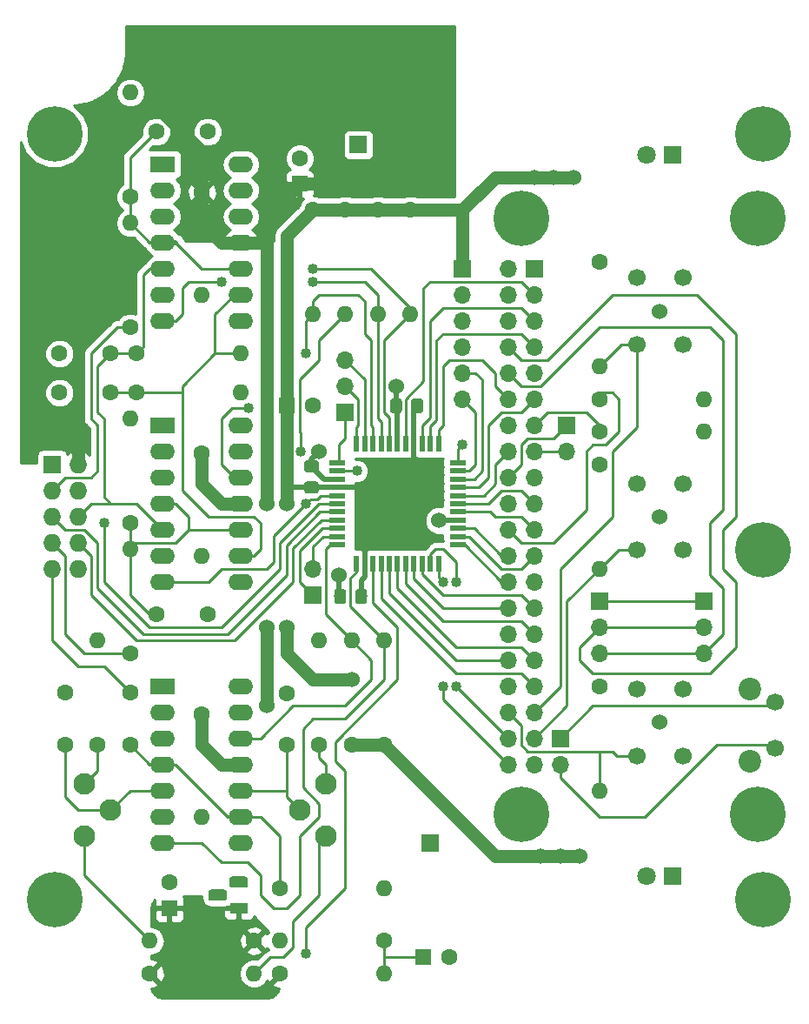
<source format=gtl>
G04 #@! TF.GenerationSoftware,KiCad,Pcbnew,5.0.2-bee76a0~70~ubuntu16.04.1*
G04 #@! TF.CreationDate,2019-04-12T16:07:59+01:00*
G04 #@! TF.ProjectId,rgb-to-hdmi,7267622d-746f-42d6-9864-6d692e6b6963,rev?*
G04 #@! TF.SameCoordinates,PX8712db8PY8b83550*
G04 #@! TF.FileFunction,Copper,L1,Top*
G04 #@! TF.FilePolarity,Positive*
%FSLAX46Y46*%
G04 Gerber Fmt 4.6, Leading zero omitted, Abs format (unit mm)*
G04 Created by KiCad (PCBNEW 5.0.2-bee76a0~70~ubuntu16.04.1) date Fri 12 Apr 2019 16:07:59 BST*
%MOMM*%
%LPD*%
G01*
G04 APERTURE LIST*
G04 #@! TA.AperFunction,ComponentPad*
%ADD10C,1.524000*%
G04 #@! TD*
G04 #@! TA.AperFunction,ComponentPad*
%ADD11C,1.700000*%
G04 #@! TD*
G04 #@! TA.AperFunction,ComponentPad*
%ADD12R,1.700000X1.700000*%
G04 #@! TD*
G04 #@! TA.AperFunction,ComponentPad*
%ADD13O,1.700000X1.700000*%
G04 #@! TD*
G04 #@! TA.AperFunction,ComponentPad*
%ADD14C,2.100000*%
G04 #@! TD*
G04 #@! TA.AperFunction,ComponentPad*
%ADD15C,1.800000*%
G04 #@! TD*
G04 #@! TA.AperFunction,ComponentPad*
%ADD16R,1.800000X1.800000*%
G04 #@! TD*
G04 #@! TA.AperFunction,ComponentPad*
%ADD17C,5.400000*%
G04 #@! TD*
G04 #@! TA.AperFunction,ComponentPad*
%ADD18O,1.600000X1.600000*%
G04 #@! TD*
G04 #@! TA.AperFunction,ComponentPad*
%ADD19C,1.600000*%
G04 #@! TD*
G04 #@! TA.AperFunction,ComponentPad*
%ADD20C,2.200000*%
G04 #@! TD*
G04 #@! TA.AperFunction,ComponentPad*
%ADD21O,1.727200X1.727200*%
G04 #@! TD*
G04 #@! TA.AperFunction,ComponentPad*
%ADD22R,1.727200X1.727200*%
G04 #@! TD*
G04 #@! TA.AperFunction,SMDPad,CuDef*
%ADD23R,0.560000X1.600000*%
G04 #@! TD*
G04 #@! TA.AperFunction,SMDPad,CuDef*
%ADD24R,1.600000X0.560000*%
G04 #@! TD*
G04 #@! TA.AperFunction,Conductor*
%ADD25C,0.100000*%
G04 #@! TD*
G04 #@! TA.AperFunction,SMDPad,CuDef*
%ADD26C,1.150000*%
G04 #@! TD*
G04 #@! TA.AperFunction,ComponentPad*
%ADD27R,1.600000X1.600000*%
G04 #@! TD*
G04 #@! TA.AperFunction,ComponentPad*
%ADD28R,1.800000X1.100000*%
G04 #@! TD*
G04 #@! TA.AperFunction,ComponentPad*
%ADD29C,1.100000*%
G04 #@! TD*
G04 #@! TA.AperFunction,ComponentPad*
%ADD30O,2.400000X1.600000*%
G04 #@! TD*
G04 #@! TA.AperFunction,ComponentPad*
%ADD31R,2.400000X1.600000*%
G04 #@! TD*
G04 #@! TA.AperFunction,ViaPad*
%ADD32C,1.524000*%
G04 #@! TD*
G04 #@! TA.AperFunction,ViaPad*
%ADD33C,1.016000*%
G04 #@! TD*
G04 #@! TA.AperFunction,Conductor*
%ADD34C,0.254000*%
G04 #@! TD*
G04 #@! TA.AperFunction,Conductor*
%ADD35C,0.508000*%
G04 #@! TD*
G04 #@! TA.AperFunction,Conductor*
%ADD36C,1.270000*%
G04 #@! TD*
G04 APERTURE END LIST*
D10*
G04 #@! TO.P,SW3,*
G04 #@! TO.N,*
X63000000Y68500000D03*
D11*
G04 #@! TO.P,SW3,1*
G04 #@! TO.N,GND*
X65250000Y65250000D03*
G04 #@! TO.P,SW3,2*
X65250000Y71750000D03*
G04 #@! TO.P,SW3,3*
G04 #@! TO.N,gpio19*
X60750000Y65250000D03*
G04 #@! TO.P,SW3,4*
X60750000Y71750000D03*
G04 #@! TD*
D10*
G04 #@! TO.P,SW1,*
G04 #@! TO.N,*
X63000000Y28500000D03*
D11*
G04 #@! TO.P,SW1,1*
G04 #@! TO.N,GND*
X65250000Y25250000D03*
G04 #@! TO.P,SW1,2*
X65250000Y31750000D03*
G04 #@! TO.P,SW1,3*
G04 #@! TO.N,gpio16*
X60750000Y25250000D03*
G04 #@! TO.P,SW1,4*
X60750000Y31750000D03*
G04 #@! TD*
D10*
G04 #@! TO.P,SW2,*
G04 #@! TO.N,*
X63000000Y48500000D03*
D11*
G04 #@! TO.P,SW2,1*
G04 #@! TO.N,GND*
X65250000Y45250000D03*
G04 #@! TO.P,SW2,2*
X65250000Y51750000D03*
G04 #@! TO.P,SW2,3*
G04 #@! TO.N,gpio26*
X60750000Y45250000D03*
G04 #@! TO.P,SW2,4*
X60750000Y51750000D03*
G04 #@! TD*
D12*
G04 #@! TO.P,J11,1*
G04 #@! TO.N,GND*
X57120000Y40245000D03*
D13*
G04 #@! TO.P,J11,2*
G04 #@! TO.N,/Tx*
X57120000Y37705000D03*
G04 #@! TO.P,J11,3*
G04 #@! TO.N,/Rx*
X57120000Y35165000D03*
G04 #@! TD*
D14*
G04 #@! TO.P,RV2,1*
G04 #@! TO.N,Net-(R18-Pad1)*
X30450000Y22465000D03*
G04 #@! TO.P,RV2,2*
G04 #@! TO.N,Net-(C8-Pad1)*
X27910000Y19925000D03*
G04 #@! TO.P,RV2,3*
G04 #@! TO.N,Net-(R17-Pad2)*
X30450000Y17385000D03*
G04 #@! TD*
G04 #@! TO.P,RV1,1*
G04 #@! TO.N,Net-(R8-Pad2)*
X6955000Y17385000D03*
G04 #@! TO.P,RV1,2*
G04 #@! TO.N,Net-(C7-Pad1)*
X9495000Y19925000D03*
G04 #@! TO.P,RV1,3*
G04 #@! TO.N,Net-(R9-Pad1)*
X6955000Y22465000D03*
G04 #@! TD*
D15*
G04 #@! TO.P,D1,2*
G04 #@! TO.N,Net-(D1-Pad2)*
X61710000Y13500000D03*
D16*
G04 #@! TO.P,D1,1*
G04 #@! TO.N,GND*
X64250000Y13500000D03*
G04 #@! TD*
D17*
G04 #@! TO.P,H9,1*
G04 #@! TO.N,Net-(H9-Pad1)*
X73000000Y45250000D03*
G04 #@! TD*
G04 #@! TO.P,H5,1*
G04 #@! TO.N,Net-(H5-Pad1)*
X73000000Y11250000D03*
G04 #@! TD*
G04 #@! TO.P,H6,1*
G04 #@! TO.N,Net-(H6-Pad1)*
X4000000Y11250000D03*
G04 #@! TD*
G04 #@! TO.P,H7,1*
G04 #@! TO.N,Net-(H7-Pad1)*
X4000000Y85750000D03*
G04 #@! TD*
G04 #@! TO.P,H8,1*
G04 #@! TO.N,Net-(H8-Pad1)*
X73000000Y85750000D03*
G04 #@! TD*
D18*
G04 #@! TO.P,R14,2*
G04 #@! TO.N,BH*
X29180000Y68185000D03*
D19*
G04 #@! TO.P,R14,1*
G04 #@! TO.N,+3V3*
X29180000Y78345000D03*
G04 #@! TD*
D11*
G04 #@! TO.P,SW4,1*
G04 #@! TO.N,Net-(J2-Pad1)*
X74265000Y30466000D03*
G04 #@! TO.P,SW4,2*
G04 #@! TO.N,Net-(J2-Pad2)*
X74265000Y25966000D03*
D20*
G04 #@! TO.P,SW4,*
G04 #@! TO.N,*
X71765000Y31716000D03*
X71765000Y24716000D03*
G04 #@! TD*
D13*
G04 #@! TO.P,J10,2*
G04 #@! TO.N,gpio22*
X53945000Y54850000D03*
D12*
G04 #@! TO.P,J10,1*
G04 #@! TO.N,gpio24*
X53945000Y57390000D03*
G04 #@! TD*
D13*
G04 #@! TO.P,J9,2*
G04 #@! TO.N,Net-(J9-Pad2)*
X29180000Y43420000D03*
D12*
G04 #@! TO.P,J9,1*
G04 #@! TO.N,Net-(J9-Pad1)*
X29180000Y40880000D03*
G04 #@! TD*
G04 #@! TO.P,J7,1*
G04 #@! TO.N,GND*
X40610000Y16750000D03*
G04 #@! TD*
G04 #@! TO.P,J8,1*
G04 #@! TO.N,GND*
X33625000Y84695000D03*
G04 #@! TD*
D13*
G04 #@! TO.P,J6,3*
G04 #@! TO.N,Net-(J6-Pad3)*
X32355000Y63740000D03*
G04 #@! TO.P,J6,2*
G04 #@! TO.N,Net-(J6-Pad2)*
X32355000Y61200000D03*
D12*
G04 #@! TO.P,J6,1*
G04 #@! TO.N,Net-(J6-Pad1)*
X32355000Y58660000D03*
G04 #@! TD*
D13*
G04 #@! TO.P,J4,3*
G04 #@! TO.N,/Rx*
X67280000Y35165000D03*
G04 #@! TO.P,J4,2*
G04 #@! TO.N,/Tx*
X67280000Y37705000D03*
D12*
G04 #@! TO.P,J4,1*
G04 #@! TO.N,GND*
X67280000Y40245000D03*
G04 #@! TD*
D15*
G04 #@! TO.P,D2,2*
G04 #@! TO.N,Net-(D2-Pad2)*
X61710000Y83750000D03*
D16*
G04 #@! TO.P,D2,1*
G04 #@! TO.N,GND*
X64250000Y83750000D03*
G04 #@! TD*
D18*
G04 #@! TO.P,R23,2*
G04 #@! TO.N,Net-(D1-Pad2)*
X67280000Y56755000D03*
D19*
G04 #@! TO.P,R23,1*
G04 #@! TO.N,gpio27*
X57120000Y56755000D03*
G04 #@! TD*
G04 #@! TO.P,R24,1*
G04 #@! TO.N,gpio25*
X57120000Y59930000D03*
D18*
G04 #@! TO.P,R24,2*
G04 #@! TO.N,Net-(D2-Pad2)*
X67280000Y59930000D03*
G04 #@! TD*
D13*
G04 #@! TO.P,J2,2*
G04 #@! TO.N,Net-(J2-Pad2)*
X53310000Y24370000D03*
D12*
G04 #@! TO.P,J2,1*
G04 #@! TO.N,Net-(J2-Pad1)*
X53310000Y26910000D03*
G04 #@! TD*
D18*
G04 #@! TO.P,R19,2*
G04 #@! TO.N,SYNC*
X36165000Y36435000D03*
D19*
G04 #@! TO.P,R19,1*
G04 #@! TO.N,+3V3*
X36165000Y26275000D03*
G04 #@! TD*
D21*
G04 #@! TO.P,J1,10*
G04 #@! TO.N,GND*
X6320000Y43420000D03*
G04 #@! TO.P,J1,9*
G04 #@! TO.N,Net-(C1-Pad1)*
X3780000Y43420000D03*
G04 #@! TO.P,J1,8*
G04 #@! TO.N,HS_N*
X6320000Y45960000D03*
G04 #@! TO.P,J1,7*
G04 #@! TO.N,/PB*
X3780000Y45960000D03*
G04 #@! TO.P,J1,6*
G04 #@! TO.N,/CB*
X6320000Y48500000D03*
G04 #@! TO.P,J1,5*
G04 #@! TO.N,FS_N*
X3780000Y48500000D03*
G04 #@! TO.P,J1,4*
G04 #@! TO.N,Net-(J1-Pad4)*
X6320000Y51040000D03*
G04 #@! TO.P,J1,3*
G04 #@! TO.N,/PA*
X3780000Y51040000D03*
G04 #@! TO.P,J1,2*
G04 #@! TO.N,VCC*
X6320000Y53580000D03*
D22*
G04 #@! TO.P,J1,1*
G04 #@! TO.N,CSS*
X3780000Y53580000D03*
G04 #@! TD*
D18*
G04 #@! TO.P,R10,2*
G04 #@! TO.N,Net-(C6-Pad1)*
X22195000Y64375000D03*
D19*
G04 #@! TO.P,R10,1*
G04 #@! TO.N,/CB*
X12035000Y64375000D03*
G04 #@! TD*
G04 #@! TO.P,C3,2*
G04 #@! TO.N,GND*
X18940000Y85965000D03*
G04 #@! TO.P,C3,1*
G04 #@! TO.N,Net-(C3-Pad1)*
X13940000Y85965000D03*
G04 #@! TD*
D18*
G04 #@! TO.P,R5,2*
G04 #@! TO.N,GND*
X11400000Y89775000D03*
D19*
G04 #@! TO.P,R5,1*
G04 #@! TO.N,Net-(C3-Pad1)*
X11400000Y79615000D03*
G04 #@! TD*
D23*
G04 #@! TO.P,U5,44*
G04 #@! TO.N,gpio21*
X41435000Y43920000D03*
G04 #@! TO.P,U5,43*
G04 #@! TO.N,gpio20*
X40635000Y43920000D03*
G04 #@! TO.P,U5,42*
G04 #@! TO.N,gpio0*
X39835000Y43920000D03*
G04 #@! TO.P,U5,41*
G04 #@! TO.N,gpio1*
X39035000Y43920000D03*
G04 #@! TO.P,U5,40*
G04 #@! TO.N,gpio5*
X38235000Y43920000D03*
G04 #@! TO.P,U5,39*
G04 #@! TO.N,gpio6*
X37435000Y43920000D03*
G04 #@! TO.P,U5,38*
G04 #@! TO.N,gpio12*
X36635000Y43920000D03*
G04 #@! TO.P,U5,37*
G04 #@! TO.N,gpio13*
X35835000Y43920000D03*
G04 #@! TO.P,U5,36*
G04 #@! TO.N,CLAMP*
X35035000Y43920000D03*
G04 #@! TO.P,U5,35*
G04 #@! TO.N,+3V3*
X34235000Y43920000D03*
G04 #@! TO.P,U5,34*
G04 #@! TO.N,SYNC*
X33435000Y43920000D03*
D24*
G04 #@! TO.P,U5,33*
G04 #@! TO.N,Y*
X31585000Y45770000D03*
G04 #@! TO.P,U5,32*
G04 #@! TO.N,Net-(J9-Pad2)*
X31585000Y46570000D03*
G04 #@! TO.P,U5,31*
G04 #@! TO.N,Net-(J9-Pad1)*
X31585000Y47370000D03*
G04 #@! TO.P,U5,30*
G04 #@! TO.N,HS_N*
X31585000Y48170000D03*
G04 #@! TO.P,U5,29*
G04 #@! TO.N,FS_N*
X31585000Y48970000D03*
G04 #@! TO.P,U5,28*
G04 #@! TO.N,CSS*
X31585000Y49770000D03*
G04 #@! TO.P,U5,27*
G04 #@! TO.N,BL*
X31585000Y50570000D03*
G04 #@! TO.P,U5,26*
G04 #@! TO.N,+3V3*
X31585000Y51370000D03*
G04 #@! TO.P,U5,25*
G04 #@! TO.N,GND*
X31585000Y52170000D03*
G04 #@! TO.P,U5,24*
G04 #@! TO.N,/TDO*
X31585000Y52970000D03*
G04 #@! TO.P,U5,23*
G04 #@! TO.N,Net-(J6-Pad1)*
X31585000Y53770000D03*
D23*
G04 #@! TO.P,U5,22*
G04 #@! TO.N,Net-(J6-Pad2)*
X33435000Y55620000D03*
G04 #@! TO.P,U5,21*
G04 #@! TO.N,Net-(J6-Pad3)*
X34235000Y55620000D03*
G04 #@! TO.P,U5,20*
G04 #@! TO.N,BH*
X35035000Y55620000D03*
G04 #@! TO.P,U5,19*
G04 #@! TO.N,AL*
X35835000Y55620000D03*
G04 #@! TO.P,U5,18*
G04 #@! TO.N,AH*
X36635000Y55620000D03*
G04 #@! TO.P,U5,17*
G04 #@! TO.N,GND*
X37435000Y55620000D03*
G04 #@! TO.P,U5,16*
G04 #@! TO.N,gpio2*
X38235000Y55620000D03*
G04 #@! TO.P,U5,15*
G04 #@! TO.N,+3V3*
X39035000Y55620000D03*
G04 #@! TO.P,U5,14*
G04 #@! TO.N,gpio3*
X39835000Y55620000D03*
G04 #@! TO.P,U5,13*
G04 #@! TO.N,gpio4*
X40635000Y55620000D03*
G04 #@! TO.P,U5,12*
G04 #@! TO.N,gpio18*
X41435000Y55620000D03*
D24*
G04 #@! TO.P,U5,11*
G04 #@! TO.N,/TCK*
X43285000Y53770000D03*
G04 #@! TO.P,U5,10*
G04 #@! TO.N,/TMS*
X43285000Y52970000D03*
G04 #@! TO.P,U5,9*
G04 #@! TO.N,/TDI*
X43285000Y52170000D03*
G04 #@! TO.P,U5,8*
G04 #@! TO.N,gpio17*
X43285000Y51370000D03*
G04 #@! TO.P,U5,7*
G04 #@! TO.N,gpio23*
X43285000Y50570000D03*
G04 #@! TO.P,U5,6*
G04 #@! TO.N,gpio10*
X43285000Y49770000D03*
G04 #@! TO.P,U5,5*
G04 #@! TO.N,gpio9*
X43285000Y48970000D03*
G04 #@! TO.P,U5,4*
G04 #@! TO.N,GND*
X43285000Y48170000D03*
G04 #@! TO.P,U5,3*
G04 #@! TO.N,gpio8*
X43285000Y47370000D03*
G04 #@! TO.P,U5,2*
G04 #@! TO.N,gpio11*
X43285000Y46570000D03*
G04 #@! TO.P,U5,1*
G04 #@! TO.N,gpio7*
X43285000Y45770000D03*
G04 #@! TD*
D25*
G04 #@! TO.N,GND*
G04 #@! TO.C,C15*
G36*
X29527505Y53981296D02*
X29551773Y53977696D01*
X29575572Y53971735D01*
X29598671Y53963470D01*
X29620850Y53952980D01*
X29641893Y53940368D01*
X29661599Y53925753D01*
X29679777Y53909277D01*
X29696253Y53891099D01*
X29710868Y53871393D01*
X29723480Y53850350D01*
X29733970Y53828171D01*
X29742235Y53805072D01*
X29748196Y53781273D01*
X29751796Y53757005D01*
X29753000Y53732501D01*
X29753000Y53082499D01*
X29751796Y53057995D01*
X29748196Y53033727D01*
X29742235Y53009928D01*
X29733970Y52986829D01*
X29723480Y52964650D01*
X29710868Y52943607D01*
X29696253Y52923901D01*
X29679777Y52905723D01*
X29661599Y52889247D01*
X29641893Y52874632D01*
X29620850Y52862020D01*
X29598671Y52851530D01*
X29575572Y52843265D01*
X29551773Y52837304D01*
X29527505Y52833704D01*
X29503001Y52832500D01*
X28602999Y52832500D01*
X28578495Y52833704D01*
X28554227Y52837304D01*
X28530428Y52843265D01*
X28507329Y52851530D01*
X28485150Y52862020D01*
X28464107Y52874632D01*
X28444401Y52889247D01*
X28426223Y52905723D01*
X28409747Y52923901D01*
X28395132Y52943607D01*
X28382520Y52964650D01*
X28372030Y52986829D01*
X28363765Y53009928D01*
X28357804Y53033727D01*
X28354204Y53057995D01*
X28353000Y53082499D01*
X28353000Y53732501D01*
X28354204Y53757005D01*
X28357804Y53781273D01*
X28363765Y53805072D01*
X28372030Y53828171D01*
X28382520Y53850350D01*
X28395132Y53871393D01*
X28409747Y53891099D01*
X28426223Y53909277D01*
X28444401Y53925753D01*
X28464107Y53940368D01*
X28485150Y53952980D01*
X28507329Y53963470D01*
X28530428Y53971735D01*
X28554227Y53977696D01*
X28578495Y53981296D01*
X28602999Y53982500D01*
X29503001Y53982500D01*
X29527505Y53981296D01*
X29527505Y53981296D01*
G37*
D26*
G04 #@! TD*
G04 #@! TO.P,C15,2*
G04 #@! TO.N,GND*
X29053000Y53407500D03*
D25*
G04 #@! TO.N,+3V3*
G04 #@! TO.C,C15*
G36*
X29527505Y51931296D02*
X29551773Y51927696D01*
X29575572Y51921735D01*
X29598671Y51913470D01*
X29620850Y51902980D01*
X29641893Y51890368D01*
X29661599Y51875753D01*
X29679777Y51859277D01*
X29696253Y51841099D01*
X29710868Y51821393D01*
X29723480Y51800350D01*
X29733970Y51778171D01*
X29742235Y51755072D01*
X29748196Y51731273D01*
X29751796Y51707005D01*
X29753000Y51682501D01*
X29753000Y51032499D01*
X29751796Y51007995D01*
X29748196Y50983727D01*
X29742235Y50959928D01*
X29733970Y50936829D01*
X29723480Y50914650D01*
X29710868Y50893607D01*
X29696253Y50873901D01*
X29679777Y50855723D01*
X29661599Y50839247D01*
X29641893Y50824632D01*
X29620850Y50812020D01*
X29598671Y50801530D01*
X29575572Y50793265D01*
X29551773Y50787304D01*
X29527505Y50783704D01*
X29503001Y50782500D01*
X28602999Y50782500D01*
X28578495Y50783704D01*
X28554227Y50787304D01*
X28530428Y50793265D01*
X28507329Y50801530D01*
X28485150Y50812020D01*
X28464107Y50824632D01*
X28444401Y50839247D01*
X28426223Y50855723D01*
X28409747Y50873901D01*
X28395132Y50893607D01*
X28382520Y50914650D01*
X28372030Y50936829D01*
X28363765Y50959928D01*
X28357804Y50983727D01*
X28354204Y51007995D01*
X28353000Y51032499D01*
X28353000Y51682501D01*
X28354204Y51707005D01*
X28357804Y51731273D01*
X28363765Y51755072D01*
X28372030Y51778171D01*
X28382520Y51800350D01*
X28395132Y51821393D01*
X28409747Y51841099D01*
X28426223Y51859277D01*
X28444401Y51875753D01*
X28464107Y51890368D01*
X28485150Y51902980D01*
X28507329Y51913470D01*
X28530428Y51921735D01*
X28554227Y51927696D01*
X28578495Y51931296D01*
X28602999Y51932500D01*
X29503001Y51932500D01*
X29527505Y51931296D01*
X29527505Y51931296D01*
G37*
D26*
G04 #@! TD*
G04 #@! TO.P,C15,1*
G04 #@! TO.N,+3V3*
X29053000Y51357500D03*
D25*
G04 #@! TO.N,GND*
G04 #@! TO.C,C14*
G36*
X32196505Y41451796D02*
X32220773Y41448196D01*
X32244572Y41442235D01*
X32267671Y41433970D01*
X32289850Y41423480D01*
X32310893Y41410868D01*
X32330599Y41396253D01*
X32348777Y41379777D01*
X32365253Y41361599D01*
X32379868Y41341893D01*
X32392480Y41320850D01*
X32402970Y41298671D01*
X32411235Y41275572D01*
X32417196Y41251773D01*
X32420796Y41227505D01*
X32422000Y41203001D01*
X32422000Y40302999D01*
X32420796Y40278495D01*
X32417196Y40254227D01*
X32411235Y40230428D01*
X32402970Y40207329D01*
X32392480Y40185150D01*
X32379868Y40164107D01*
X32365253Y40144401D01*
X32348777Y40126223D01*
X32330599Y40109747D01*
X32310893Y40095132D01*
X32289850Y40082520D01*
X32267671Y40072030D01*
X32244572Y40063765D01*
X32220773Y40057804D01*
X32196505Y40054204D01*
X32172001Y40053000D01*
X31521999Y40053000D01*
X31497495Y40054204D01*
X31473227Y40057804D01*
X31449428Y40063765D01*
X31426329Y40072030D01*
X31404150Y40082520D01*
X31383107Y40095132D01*
X31363401Y40109747D01*
X31345223Y40126223D01*
X31328747Y40144401D01*
X31314132Y40164107D01*
X31301520Y40185150D01*
X31291030Y40207329D01*
X31282765Y40230428D01*
X31276804Y40254227D01*
X31273204Y40278495D01*
X31272000Y40302999D01*
X31272000Y41203001D01*
X31273204Y41227505D01*
X31276804Y41251773D01*
X31282765Y41275572D01*
X31291030Y41298671D01*
X31301520Y41320850D01*
X31314132Y41341893D01*
X31328747Y41361599D01*
X31345223Y41379777D01*
X31363401Y41396253D01*
X31383107Y41410868D01*
X31404150Y41423480D01*
X31426329Y41433970D01*
X31449428Y41442235D01*
X31473227Y41448196D01*
X31497495Y41451796D01*
X31521999Y41453000D01*
X32172001Y41453000D01*
X32196505Y41451796D01*
X32196505Y41451796D01*
G37*
D26*
G04 #@! TD*
G04 #@! TO.P,C14,2*
G04 #@! TO.N,GND*
X31847000Y40753000D03*
D25*
G04 #@! TO.N,+3V3*
G04 #@! TO.C,C14*
G36*
X34246505Y41451796D02*
X34270773Y41448196D01*
X34294572Y41442235D01*
X34317671Y41433970D01*
X34339850Y41423480D01*
X34360893Y41410868D01*
X34380599Y41396253D01*
X34398777Y41379777D01*
X34415253Y41361599D01*
X34429868Y41341893D01*
X34442480Y41320850D01*
X34452970Y41298671D01*
X34461235Y41275572D01*
X34467196Y41251773D01*
X34470796Y41227505D01*
X34472000Y41203001D01*
X34472000Y40302999D01*
X34470796Y40278495D01*
X34467196Y40254227D01*
X34461235Y40230428D01*
X34452970Y40207329D01*
X34442480Y40185150D01*
X34429868Y40164107D01*
X34415253Y40144401D01*
X34398777Y40126223D01*
X34380599Y40109747D01*
X34360893Y40095132D01*
X34339850Y40082520D01*
X34317671Y40072030D01*
X34294572Y40063765D01*
X34270773Y40057804D01*
X34246505Y40054204D01*
X34222001Y40053000D01*
X33571999Y40053000D01*
X33547495Y40054204D01*
X33523227Y40057804D01*
X33499428Y40063765D01*
X33476329Y40072030D01*
X33454150Y40082520D01*
X33433107Y40095132D01*
X33413401Y40109747D01*
X33395223Y40126223D01*
X33378747Y40144401D01*
X33364132Y40164107D01*
X33351520Y40185150D01*
X33341030Y40207329D01*
X33332765Y40230428D01*
X33326804Y40254227D01*
X33323204Y40278495D01*
X33322000Y40302999D01*
X33322000Y41203001D01*
X33323204Y41227505D01*
X33326804Y41251773D01*
X33332765Y41275572D01*
X33341030Y41298671D01*
X33351520Y41320850D01*
X33364132Y41341893D01*
X33378747Y41361599D01*
X33395223Y41379777D01*
X33413401Y41396253D01*
X33433107Y41410868D01*
X33454150Y41423480D01*
X33476329Y41433970D01*
X33499428Y41442235D01*
X33523227Y41448196D01*
X33547495Y41451796D01*
X33571999Y41453000D01*
X34222001Y41453000D01*
X34246505Y41451796D01*
X34246505Y41451796D01*
G37*
D26*
G04 #@! TD*
G04 #@! TO.P,C14,1*
G04 #@! TO.N,+3V3*
X33897000Y40753000D03*
D25*
G04 #@! TO.N,GND*
G04 #@! TO.C,C9*
G36*
X37639505Y59993796D02*
X37663773Y59990196D01*
X37687572Y59984235D01*
X37710671Y59975970D01*
X37732850Y59965480D01*
X37753893Y59952868D01*
X37773599Y59938253D01*
X37791777Y59921777D01*
X37808253Y59903599D01*
X37822868Y59883893D01*
X37835480Y59862850D01*
X37845970Y59840671D01*
X37854235Y59817572D01*
X37860196Y59793773D01*
X37863796Y59769505D01*
X37865000Y59745001D01*
X37865000Y58844999D01*
X37863796Y58820495D01*
X37860196Y58796227D01*
X37854235Y58772428D01*
X37845970Y58749329D01*
X37835480Y58727150D01*
X37822868Y58706107D01*
X37808253Y58686401D01*
X37791777Y58668223D01*
X37773599Y58651747D01*
X37753893Y58637132D01*
X37732850Y58624520D01*
X37710671Y58614030D01*
X37687572Y58605765D01*
X37663773Y58599804D01*
X37639505Y58596204D01*
X37615001Y58595000D01*
X36964999Y58595000D01*
X36940495Y58596204D01*
X36916227Y58599804D01*
X36892428Y58605765D01*
X36869329Y58614030D01*
X36847150Y58624520D01*
X36826107Y58637132D01*
X36806401Y58651747D01*
X36788223Y58668223D01*
X36771747Y58686401D01*
X36757132Y58706107D01*
X36744520Y58727150D01*
X36734030Y58749329D01*
X36725765Y58772428D01*
X36719804Y58796227D01*
X36716204Y58820495D01*
X36715000Y58844999D01*
X36715000Y59745001D01*
X36716204Y59769505D01*
X36719804Y59793773D01*
X36725765Y59817572D01*
X36734030Y59840671D01*
X36744520Y59862850D01*
X36757132Y59883893D01*
X36771747Y59903599D01*
X36788223Y59921777D01*
X36806401Y59938253D01*
X36826107Y59952868D01*
X36847150Y59965480D01*
X36869329Y59975970D01*
X36892428Y59984235D01*
X36916227Y59990196D01*
X36940495Y59993796D01*
X36964999Y59995000D01*
X37615001Y59995000D01*
X37639505Y59993796D01*
X37639505Y59993796D01*
G37*
D26*
G04 #@! TD*
G04 #@! TO.P,C9,2*
G04 #@! TO.N,GND*
X37290000Y59295000D03*
D25*
G04 #@! TO.N,+3V3*
G04 #@! TO.C,C9*
G36*
X39689505Y59993796D02*
X39713773Y59990196D01*
X39737572Y59984235D01*
X39760671Y59975970D01*
X39782850Y59965480D01*
X39803893Y59952868D01*
X39823599Y59938253D01*
X39841777Y59921777D01*
X39858253Y59903599D01*
X39872868Y59883893D01*
X39885480Y59862850D01*
X39895970Y59840671D01*
X39904235Y59817572D01*
X39910196Y59793773D01*
X39913796Y59769505D01*
X39915000Y59745001D01*
X39915000Y58844999D01*
X39913796Y58820495D01*
X39910196Y58796227D01*
X39904235Y58772428D01*
X39895970Y58749329D01*
X39885480Y58727150D01*
X39872868Y58706107D01*
X39858253Y58686401D01*
X39841777Y58668223D01*
X39823599Y58651747D01*
X39803893Y58637132D01*
X39782850Y58624520D01*
X39760671Y58614030D01*
X39737572Y58605765D01*
X39713773Y58599804D01*
X39689505Y58596204D01*
X39665001Y58595000D01*
X39014999Y58595000D01*
X38990495Y58596204D01*
X38966227Y58599804D01*
X38942428Y58605765D01*
X38919329Y58614030D01*
X38897150Y58624520D01*
X38876107Y58637132D01*
X38856401Y58651747D01*
X38838223Y58668223D01*
X38821747Y58686401D01*
X38807132Y58706107D01*
X38794520Y58727150D01*
X38784030Y58749329D01*
X38775765Y58772428D01*
X38769804Y58796227D01*
X38766204Y58820495D01*
X38765000Y58844999D01*
X38765000Y59745001D01*
X38766204Y59769505D01*
X38769804Y59793773D01*
X38775765Y59817572D01*
X38784030Y59840671D01*
X38794520Y59862850D01*
X38807132Y59883893D01*
X38821747Y59903599D01*
X38838223Y59921777D01*
X38856401Y59938253D01*
X38876107Y59952868D01*
X38897150Y59965480D01*
X38919329Y59975970D01*
X38942428Y59984235D01*
X38966227Y59990196D01*
X38990495Y59993796D01*
X39014999Y59995000D01*
X39665001Y59995000D01*
X39689505Y59993796D01*
X39689505Y59993796D01*
G37*
D26*
G04 #@! TD*
G04 #@! TO.P,C9,1*
G04 #@! TO.N,+3V3*
X39340000Y59295000D03*
D18*
G04 #@! TO.P,C12,2*
G04 #@! TO.N,GND*
X18385000Y19290000D03*
D19*
G04 #@! TO.P,C12,1*
G04 #@! TO.N,VCC*
X18385000Y29290000D03*
G04 #@! TD*
D18*
G04 #@! TO.P,C11,2*
G04 #@! TO.N,GND*
X18385000Y44690000D03*
D19*
G04 #@! TO.P,C11,1*
G04 #@! TO.N,VCC*
X18385000Y54690000D03*
G04 #@! TD*
D18*
G04 #@! TO.P,C10,2*
G04 #@! TO.N,GND*
X18385000Y70090000D03*
D19*
G04 #@! TO.P,C10,1*
G04 #@! TO.N,VCC*
X18385000Y80090000D03*
G04 #@! TD*
G04 #@! TO.P,C17,2*
G04 #@! TO.N,GND*
X15210000Y12900000D03*
D27*
G04 #@! TO.P,C17,1*
G04 #@! TO.N,+3.3VA*
X15210000Y10400000D03*
G04 #@! TD*
D28*
G04 #@! TO.P,U6,1*
G04 #@! TO.N,+3.3VA*
X21960000Y10400000D03*
D25*
G04 #@! TD*
G04 #@! TO.N,VCC*
G04 #@! TO.C,U6*
G36*
X22611955Y13488676D02*
X22638650Y13484716D01*
X22664828Y13478159D01*
X22690238Y13469067D01*
X22714634Y13457528D01*
X22737782Y13443654D01*
X22759458Y13427578D01*
X22779454Y13409454D01*
X22797578Y13389458D01*
X22813654Y13367782D01*
X22827528Y13344634D01*
X22839067Y13320238D01*
X22848159Y13294828D01*
X22854716Y13268650D01*
X22858676Y13241955D01*
X22860000Y13215000D01*
X22860000Y12665000D01*
X22858676Y12638045D01*
X22854716Y12611350D01*
X22848159Y12585172D01*
X22839067Y12559762D01*
X22827528Y12535366D01*
X22813654Y12512218D01*
X22797578Y12490542D01*
X22779454Y12470546D01*
X22759458Y12452422D01*
X22737782Y12436346D01*
X22714634Y12422472D01*
X22690238Y12410933D01*
X22664828Y12401841D01*
X22638650Y12395284D01*
X22611955Y12391324D01*
X22585000Y12390000D01*
X21335000Y12390000D01*
X21308045Y12391324D01*
X21281350Y12395284D01*
X21255172Y12401841D01*
X21229762Y12410933D01*
X21205366Y12422472D01*
X21182218Y12436346D01*
X21160542Y12452422D01*
X21140546Y12470546D01*
X21122422Y12490542D01*
X21106346Y12512218D01*
X21092472Y12535366D01*
X21080933Y12559762D01*
X21071841Y12585172D01*
X21065284Y12611350D01*
X21061324Y12638045D01*
X21060000Y12665000D01*
X21060000Y13215000D01*
X21061324Y13241955D01*
X21065284Y13268650D01*
X21071841Y13294828D01*
X21080933Y13320238D01*
X21092472Y13344634D01*
X21106346Y13367782D01*
X21122422Y13389458D01*
X21140546Y13409454D01*
X21160542Y13427578D01*
X21182218Y13443654D01*
X21205366Y13457528D01*
X21229762Y13469067D01*
X21255172Y13478159D01*
X21281350Y13484716D01*
X21308045Y13488676D01*
X21335000Y13490000D01*
X22585000Y13490000D01*
X22611955Y13488676D01*
X22611955Y13488676D01*
G37*
D29*
G04 #@! TO.P,U6,3*
G04 #@! TO.N,VCC*
X21960000Y12940000D03*
D25*
G04 #@! TD*
G04 #@! TO.N,GND*
G04 #@! TO.C,U6*
G36*
X20541955Y12218676D02*
X20568650Y12214716D01*
X20594828Y12208159D01*
X20620238Y12199067D01*
X20644634Y12187528D01*
X20667782Y12173654D01*
X20689458Y12157578D01*
X20709454Y12139454D01*
X20727578Y12119458D01*
X20743654Y12097782D01*
X20757528Y12074634D01*
X20769067Y12050238D01*
X20778159Y12024828D01*
X20784716Y11998650D01*
X20788676Y11971955D01*
X20790000Y11945000D01*
X20790000Y11395000D01*
X20788676Y11368045D01*
X20784716Y11341350D01*
X20778159Y11315172D01*
X20769067Y11289762D01*
X20757528Y11265366D01*
X20743654Y11242218D01*
X20727578Y11220542D01*
X20709454Y11200546D01*
X20689458Y11182422D01*
X20667782Y11166346D01*
X20644634Y11152472D01*
X20620238Y11140933D01*
X20594828Y11131841D01*
X20568650Y11125284D01*
X20541955Y11121324D01*
X20515000Y11120000D01*
X19265000Y11120000D01*
X19238045Y11121324D01*
X19211350Y11125284D01*
X19185172Y11131841D01*
X19159762Y11140933D01*
X19135366Y11152472D01*
X19112218Y11166346D01*
X19090542Y11182422D01*
X19070546Y11200546D01*
X19052422Y11220542D01*
X19036346Y11242218D01*
X19022472Y11265366D01*
X19010933Y11289762D01*
X19001841Y11315172D01*
X18995284Y11341350D01*
X18991324Y11368045D01*
X18990000Y11395000D01*
X18990000Y11945000D01*
X18991324Y11971955D01*
X18995284Y11998650D01*
X19001841Y12024828D01*
X19010933Y12050238D01*
X19022472Y12074634D01*
X19036346Y12097782D01*
X19052422Y12119458D01*
X19070546Y12139454D01*
X19090542Y12157578D01*
X19112218Y12173654D01*
X19135366Y12187528D01*
X19159762Y12199067D01*
X19185172Y12208159D01*
X19211350Y12214716D01*
X19238045Y12218676D01*
X19265000Y12220000D01*
X20515000Y12220000D01*
X20541955Y12218676D01*
X20541955Y12218676D01*
G37*
D29*
G04 #@! TO.P,U6,2*
G04 #@! TO.N,GND*
X19890000Y11670000D03*
G04 #@! TD*
D17*
G04 #@! TO.P,H1,1*
G04 #@! TO.N,Net-(H1-Pad1)*
X72500000Y77500000D03*
G04 #@! TD*
G04 #@! TO.P,H2,1*
G04 #@! TO.N,Net-(H2-Pad1)*
X72500000Y19500000D03*
G04 #@! TD*
G04 #@! TO.P,H3,1*
G04 #@! TO.N,Net-(H3-Pad1)*
X49500000Y77500000D03*
G04 #@! TD*
G04 #@! TO.P,H4,1*
G04 #@! TO.N,Net-(H4-Pad1)*
X49500000Y19500000D03*
G04 #@! TD*
D19*
G04 #@! TO.P,C16,2*
G04 #@! TO.N,GND*
X29180000Y59295000D03*
D27*
G04 #@! TO.P,C16,1*
G04 #@! TO.N,+3V3*
X26680000Y59295000D03*
G04 #@! TD*
D19*
G04 #@! TO.P,C13,2*
G04 #@! TO.N,GND*
X27910000Y83385000D03*
D27*
G04 #@! TO.P,C13,1*
G04 #@! TO.N,VCC*
X27910000Y80885000D03*
G04 #@! TD*
D19*
G04 #@! TO.P,C4,2*
G04 #@! TO.N,GND*
X42475000Y5637500D03*
D27*
G04 #@! TO.P,C4,1*
G04 #@! TO.N,Net-(C4-Pad1)*
X39975000Y5637500D03*
G04 #@! TD*
D19*
G04 #@! TO.P,C1,2*
G04 #@! TO.N,Net-(C1-Pad2)*
X11400000Y26355000D03*
G04 #@! TO.P,C1,1*
G04 #@! TO.N,Net-(C1-Pad1)*
X11400000Y31355000D03*
G04 #@! TD*
G04 #@! TO.P,C2,2*
G04 #@! TO.N,GND*
X18940000Y38975000D03*
G04 #@! TO.P,C2,1*
G04 #@! TO.N,Net-(C2-Pad1)*
X13940000Y38975000D03*
G04 #@! TD*
G04 #@! TO.P,C5,2*
G04 #@! TO.N,GND*
X4495000Y64375000D03*
G04 #@! TO.P,C5,1*
G04 #@! TO.N,/CB*
X9495000Y64375000D03*
G04 #@! TD*
G04 #@! TO.P,C6,2*
G04 #@! TO.N,GND*
X4495000Y60565000D03*
G04 #@! TO.P,C6,1*
G04 #@! TO.N,Net-(C6-Pad1)*
X9495000Y60565000D03*
G04 #@! TD*
G04 #@! TO.P,C7,2*
G04 #@! TO.N,GND*
X5050000Y31355000D03*
G04 #@! TO.P,C7,1*
G04 #@! TO.N,Net-(C7-Pad1)*
X5050000Y26355000D03*
G04 #@! TD*
G04 #@! TO.P,C8,2*
G04 #@! TO.N,GND*
X26640000Y31275000D03*
G04 #@! TO.P,C8,1*
G04 #@! TO.N,Net-(C8-Pad1)*
X26640000Y26275000D03*
G04 #@! TD*
D13*
G04 #@! TO.P,J3,6*
G04 #@! TO.N,/TMS*
X43785000Y59930000D03*
G04 #@! TO.P,J3,5*
G04 #@! TO.N,/TDI*
X43785000Y62470000D03*
G04 #@! TO.P,J3,4*
G04 #@! TO.N,/TDO*
X43785000Y65010000D03*
G04 #@! TO.P,J3,3*
G04 #@! TO.N,/TCK*
X43785000Y67550000D03*
G04 #@! TO.P,J3,2*
G04 #@! TO.N,GND*
X43785000Y70090000D03*
D12*
G04 #@! TO.P,J3,1*
G04 #@! TO.N,+3V3*
X43785000Y72630000D03*
G04 #@! TD*
D13*
G04 #@! TO.P,J5,40*
G04 #@! TO.N,gpio21*
X48230000Y24370000D03*
G04 #@! TO.P,J5,39*
G04 #@! TO.N,GND*
X50770000Y24370000D03*
G04 #@! TO.P,J5,38*
G04 #@! TO.N,gpio20*
X48230000Y26910000D03*
G04 #@! TO.P,J5,37*
G04 #@! TO.N,gpio26*
X50770000Y26910000D03*
G04 #@! TO.P,J5,36*
G04 #@! TO.N,gpio16*
X48230000Y29450000D03*
G04 #@! TO.P,J5,35*
G04 #@! TO.N,gpio19*
X50770000Y29450000D03*
G04 #@! TO.P,J5,34*
G04 #@! TO.N,GND*
X48230000Y31990000D03*
G04 #@! TO.P,J5,33*
G04 #@! TO.N,gpio13*
X50770000Y31990000D03*
G04 #@! TO.P,J5,32*
G04 #@! TO.N,gpio12*
X48230000Y34530000D03*
G04 #@! TO.P,J5,31*
G04 #@! TO.N,gpio6*
X50770000Y34530000D03*
G04 #@! TO.P,J5,30*
G04 #@! TO.N,GND*
X48230000Y37070000D03*
G04 #@! TO.P,J5,29*
G04 #@! TO.N,gpio5*
X50770000Y37070000D03*
G04 #@! TO.P,J5,28*
G04 #@! TO.N,gpio1*
X48230000Y39610000D03*
G04 #@! TO.P,J5,27*
G04 #@! TO.N,gpio0*
X50770000Y39610000D03*
G04 #@! TO.P,J5,26*
G04 #@! TO.N,gpio7*
X48230000Y42150000D03*
G04 #@! TO.P,J5,25*
G04 #@! TO.N,GND*
X50770000Y42150000D03*
G04 #@! TO.P,J5,24*
G04 #@! TO.N,gpio8*
X48230000Y44690000D03*
G04 #@! TO.P,J5,23*
G04 #@! TO.N,gpio11*
X50770000Y44690000D03*
G04 #@! TO.P,J5,22*
G04 #@! TO.N,gpio25*
X48230000Y47230000D03*
G04 #@! TO.P,J5,21*
G04 #@! TO.N,gpio9*
X50770000Y47230000D03*
G04 #@! TO.P,J5,20*
G04 #@! TO.N,GND*
X48230000Y49770000D03*
G04 #@! TO.P,J5,19*
G04 #@! TO.N,gpio10*
X50770000Y49770000D03*
G04 #@! TO.P,J5,18*
G04 #@! TO.N,gpio24*
X48230000Y52310000D03*
G04 #@! TO.P,J5,17*
G04 #@! TO.N,+3V3*
X50770000Y52310000D03*
G04 #@! TO.P,J5,16*
G04 #@! TO.N,gpio23*
X48230000Y54850000D03*
G04 #@! TO.P,J5,15*
G04 #@! TO.N,gpio22*
X50770000Y54850000D03*
G04 #@! TO.P,J5,14*
G04 #@! TO.N,GND*
X48230000Y57390000D03*
G04 #@! TO.P,J5,13*
G04 #@! TO.N,gpio27*
X50770000Y57390000D03*
G04 #@! TO.P,J5,12*
G04 #@! TO.N,gpio18*
X48230000Y59930000D03*
G04 #@! TO.P,J5,11*
G04 #@! TO.N,gpio17*
X50770000Y59930000D03*
G04 #@! TO.P,J5,10*
G04 #@! TO.N,/Rx*
X48230000Y62470000D03*
G04 #@! TO.P,J5,9*
G04 #@! TO.N,GND*
X50770000Y62470000D03*
G04 #@! TO.P,J5,8*
G04 #@! TO.N,/Tx*
X48230000Y65010000D03*
G04 #@! TO.P,J5,7*
G04 #@! TO.N,gpio4*
X50770000Y65010000D03*
G04 #@! TO.P,J5,6*
G04 #@! TO.N,GND*
X48230000Y67550000D03*
G04 #@! TO.P,J5,5*
G04 #@! TO.N,gpio3*
X50770000Y67550000D03*
G04 #@! TO.P,J5,4*
G04 #@! TO.N,VCC*
X48230000Y70090000D03*
G04 #@! TO.P,J5,3*
G04 #@! TO.N,gpio2*
X50770000Y70090000D03*
G04 #@! TO.P,J5,2*
G04 #@! TO.N,VCC*
X48230000Y72630000D03*
D12*
G04 #@! TO.P,J5,1*
G04 #@! TO.N,+3V3*
X50770000Y72630000D03*
G04 #@! TD*
D30*
G04 #@! TO.P,U4,14*
G04 #@! TO.N,Net-(U4-Pad14)*
X22195000Y31990000D03*
G04 #@! TO.P,U4,7*
G04 #@! TO.N,SYNC*
X14575000Y16750000D03*
G04 #@! TO.P,U4,13*
G04 #@! TO.N,Net-(U4-Pad13)*
X22195000Y29450000D03*
G04 #@! TO.P,U4,6*
G04 #@! TO.N,GND*
X14575000Y19290000D03*
G04 #@! TO.P,U4,12*
G04 #@! TO.N,Y*
X22195000Y26910000D03*
G04 #@! TO.P,U4,5*
G04 #@! TO.N,Net-(C7-Pad1)*
X14575000Y21830000D03*
G04 #@! TO.P,U4,11*
G04 #@! TO.N,VCC*
X22195000Y24370000D03*
G04 #@! TO.P,U4,4*
G04 #@! TO.N,Net-(C1-Pad2)*
X14575000Y24370000D03*
G04 #@! TO.P,U4,10*
G04 #@! TO.N,Net-(C8-Pad1)*
X22195000Y21830000D03*
G04 #@! TO.P,U4,3*
G04 #@! TO.N,GND*
X14575000Y26910000D03*
G04 #@! TO.P,U4,9*
G04 #@! TO.N,Net-(C1-Pad2)*
X22195000Y19290000D03*
G04 #@! TO.P,U4,2*
G04 #@! TO.N,Net-(U4-Pad2)*
X14575000Y29450000D03*
G04 #@! TO.P,U4,8*
G04 #@! TO.N,GND*
X22195000Y16750000D03*
D31*
G04 #@! TO.P,U4,1*
G04 #@! TO.N,Net-(U4-Pad1)*
X14575000Y31990000D03*
G04 #@! TD*
D30*
G04 #@! TO.P,U2,14*
G04 #@! TO.N,Net-(U2-Pad14)*
X22195000Y82790000D03*
G04 #@! TO.P,U2,7*
G04 #@! TO.N,AL*
X14575000Y67550000D03*
G04 #@! TO.P,U2,13*
G04 #@! TO.N,Net-(U2-Pad13)*
X22195000Y80250000D03*
G04 #@! TO.P,U2,6*
G04 #@! TO.N,GND*
X14575000Y70090000D03*
G04 #@! TO.P,U2,12*
G04 #@! TO.N,AH*
X22195000Y77710000D03*
G04 #@! TO.P,U2,5*
G04 #@! TO.N,/CB*
X14575000Y72630000D03*
G04 #@! TO.P,U2,11*
G04 #@! TO.N,VCC*
X22195000Y75170000D03*
G04 #@! TO.P,U2,4*
G04 #@! TO.N,Net-(C3-Pad1)*
X14575000Y75170000D03*
G04 #@! TO.P,U2,10*
X22195000Y72630000D03*
G04 #@! TO.P,U2,3*
G04 #@! TO.N,GND*
X14575000Y77710000D03*
G04 #@! TO.P,U2,9*
G04 #@! TO.N,Net-(C6-Pad1)*
X22195000Y70090000D03*
G04 #@! TO.P,U2,2*
G04 #@! TO.N,Net-(U2-Pad2)*
X14575000Y80250000D03*
G04 #@! TO.P,U2,8*
G04 #@! TO.N,GND*
X22195000Y67550000D03*
D31*
G04 #@! TO.P,U2,1*
G04 #@! TO.N,Net-(U2-Pad1)*
X14575000Y82790000D03*
G04 #@! TD*
D30*
G04 #@! TO.P,U3,14*
G04 #@! TO.N,Net-(U3-Pad14)*
X22195000Y57390000D03*
G04 #@! TO.P,U3,7*
G04 #@! TO.N,BL*
X14575000Y42150000D03*
G04 #@! TO.P,U3,13*
G04 #@! TO.N,Net-(U3-Pad13)*
X22195000Y54850000D03*
G04 #@! TO.P,U3,6*
G04 #@! TO.N,GND*
X14575000Y44690000D03*
G04 #@! TO.P,U3,12*
G04 #@! TO.N,BH*
X22195000Y52310000D03*
G04 #@! TO.P,U3,5*
G04 #@! TO.N,/CB*
X14575000Y47230000D03*
G04 #@! TO.P,U3,11*
G04 #@! TO.N,VCC*
X22195000Y49770000D03*
G04 #@! TO.P,U3,4*
G04 #@! TO.N,Net-(C2-Pad1)*
X14575000Y49770000D03*
G04 #@! TO.P,U3,10*
X22195000Y47230000D03*
G04 #@! TO.P,U3,3*
G04 #@! TO.N,GND*
X14575000Y52310000D03*
G04 #@! TO.P,U3,9*
G04 #@! TO.N,Net-(C6-Pad1)*
X22195000Y44690000D03*
G04 #@! TO.P,U3,2*
G04 #@! TO.N,Net-(U3-Pad2)*
X14575000Y54850000D03*
G04 #@! TO.P,U3,8*
G04 #@! TO.N,GND*
X22195000Y42150000D03*
D31*
G04 #@! TO.P,U3,1*
G04 #@! TO.N,Net-(U3-Pad1)*
X14575000Y57390000D03*
G04 #@! TD*
D18*
G04 #@! TO.P,R9,2*
G04 #@! TO.N,GND*
X8225000Y36435000D03*
D19*
G04 #@! TO.P,R9,1*
G04 #@! TO.N,Net-(R9-Pad1)*
X8225000Y26275000D03*
G04 #@! TD*
D18*
G04 #@! TO.P,R8,2*
G04 #@! TO.N,Net-(R8-Pad2)*
X13305000Y7225000D03*
D19*
G04 #@! TO.P,R8,1*
G04 #@! TO.N,+3.3VA*
X23465000Y7225000D03*
G04 #@! TD*
D18*
G04 #@! TO.P,R7,2*
G04 #@! TO.N,GND*
X26005000Y7225000D03*
D19*
G04 #@! TO.P,R7,1*
G04 #@! TO.N,Net-(C4-Pad1)*
X36165000Y7225000D03*
G04 #@! TD*
D18*
G04 #@! TO.P,R6,2*
G04 #@! TO.N,Net-(C4-Pad1)*
X36165000Y4050000D03*
D19*
G04 #@! TO.P,R6,1*
G04 #@! TO.N,+3.3VA*
X26005000Y4050000D03*
G04 #@! TD*
D18*
G04 #@! TO.P,R1,2*
G04 #@! TO.N,Net-(R1-Pad2)*
X36165000Y12305000D03*
D19*
G04 #@! TO.P,R1,1*
G04 #@! TO.N,Net-(C1-Pad2)*
X26005000Y12305000D03*
G04 #@! TD*
D18*
G04 #@! TO.P,R11,2*
G04 #@! TO.N,GND*
X22195000Y60565000D03*
D19*
G04 #@! TO.P,R11,1*
G04 #@! TO.N,Net-(C6-Pad1)*
X12035000Y60565000D03*
G04 #@! TD*
D18*
G04 #@! TO.P,R3,2*
G04 #@! TO.N,GND*
X11400000Y58025000D03*
D19*
G04 #@! TO.P,R3,1*
G04 #@! TO.N,Net-(C2-Pad1)*
X11400000Y47865000D03*
G04 #@! TD*
D18*
G04 #@! TO.P,R4,2*
G04 #@! TO.N,Net-(C3-Pad1)*
X11400000Y77075000D03*
D19*
G04 #@! TO.P,R4,1*
G04 #@! TO.N,/PA*
X11400000Y66915000D03*
G04 #@! TD*
D18*
G04 #@! TO.P,R2,2*
G04 #@! TO.N,Net-(C2-Pad1)*
X11400000Y45325000D03*
D19*
G04 #@! TO.P,R2,1*
G04 #@! TO.N,/PB*
X11400000Y35165000D03*
G04 #@! TD*
D18*
G04 #@! TO.P,R12,2*
G04 #@! TO.N,AH*
X38705000Y68185000D03*
D19*
G04 #@! TO.P,R12,1*
G04 #@! TO.N,+3V3*
X38705000Y78345000D03*
G04 #@! TD*
D18*
G04 #@! TO.P,R16,2*
G04 #@! TO.N,Y*
X32990000Y36435000D03*
D19*
G04 #@! TO.P,R16,1*
G04 #@! TO.N,+3V3*
X32990000Y26275000D03*
G04 #@! TD*
D18*
G04 #@! TO.P,R17,2*
G04 #@! TO.N,Net-(R17-Pad2)*
X23465000Y4050000D03*
D19*
G04 #@! TO.P,R17,1*
G04 #@! TO.N,+3.3VA*
X13305000Y4050000D03*
G04 #@! TD*
D18*
G04 #@! TO.P,R18,2*
G04 #@! TO.N,GND*
X29815000Y36435000D03*
D19*
G04 #@! TO.P,R18,1*
G04 #@! TO.N,Net-(R18-Pad1)*
X29815000Y26275000D03*
G04 #@! TD*
D18*
G04 #@! TO.P,R20,2*
G04 #@! TO.N,gpio16*
X57120000Y21830000D03*
D19*
G04 #@! TO.P,R20,1*
G04 #@! TO.N,+3V3*
X57120000Y31990000D03*
G04 #@! TD*
D18*
G04 #@! TO.P,R21,2*
G04 #@! TO.N,gpio26*
X57120000Y43420000D03*
D19*
G04 #@! TO.P,R21,1*
G04 #@! TO.N,+3V3*
X57120000Y53580000D03*
G04 #@! TD*
G04 #@! TO.P,R22,1*
G04 #@! TO.N,+3V3*
X57120000Y73265000D03*
D18*
G04 #@! TO.P,R22,2*
G04 #@! TO.N,gpio19*
X57120000Y63105000D03*
G04 #@! TD*
G04 #@! TO.P,R13,2*
G04 #@! TO.N,AL*
X35530000Y68185000D03*
D19*
G04 #@! TO.P,R13,1*
G04 #@! TO.N,+3V3*
X35530000Y78345000D03*
G04 #@! TD*
D18*
G04 #@! TO.P,R15,2*
G04 #@! TO.N,BL*
X32355000Y68185000D03*
D19*
G04 #@! TO.P,R15,1*
G04 #@! TO.N,+3V3*
X32355000Y78345000D03*
G04 #@! TD*
D32*
G04 #@! TO.N,GND*
X37308000Y61200000D03*
X41499000Y48119000D03*
X31720000Y42785000D03*
X29815000Y54850000D03*
G04 #@! TO.N,+3V3*
X26640000Y49770000D03*
X32990000Y32625000D03*
X26640000Y37705000D03*
X50770000Y81520000D03*
X52675000Y81520000D03*
X54580000Y81520000D03*
X55215000Y15480000D03*
X51405000Y15480000D03*
X53310000Y15480000D03*
G04 #@! TO.N,VCC*
X24735000Y49770000D03*
X24735000Y30085000D03*
X39975000Y80885000D03*
X24735000Y37705000D03*
D33*
G04 #@! TO.N,CSS*
X8860000Y47865000D03*
G04 #@! TO.N,CLAMP*
X28545000Y5955000D03*
G04 #@! TO.N,BL*
X28545000Y49770000D03*
X28037000Y54850000D03*
G04 #@! TO.N,BH*
X22957000Y59041000D03*
X28545000Y64375000D03*
G04 #@! TO.N,AL*
X20290000Y71360000D03*
X29180000Y71360000D03*
G04 #@! TO.N,AH*
X29180000Y72630000D03*
G04 #@! TO.N,gpio21*
X41880000Y42150000D03*
X41880000Y31990000D03*
G04 #@! TO.N,gpio20*
X43150000Y31990000D03*
X43150000Y42150000D03*
G04 #@! TO.N,/TCK*
X43785000Y55485000D03*
G04 #@! TO.N,/TDO*
X33498000Y52970000D03*
G04 #@! TD*
D34*
G04 #@! TO.N,Net-(C1-Pad1)*
X3780000Y36435000D02*
X3780000Y43420000D01*
X6320000Y33895000D02*
X3780000Y36435000D01*
X8860000Y33895000D02*
X6320000Y33895000D01*
X11400000Y31355000D02*
X8860000Y33895000D01*
G04 #@! TO.N,Net-(C1-Pad2)*
X15845000Y24370000D02*
X14575000Y24370000D01*
X20925000Y19290000D02*
X15845000Y24370000D01*
X22195000Y19290000D02*
X20925000Y19290000D01*
X13305000Y24370000D02*
X14575000Y24370000D01*
X11400000Y26275000D02*
X13305000Y24370000D01*
X11400000Y26355000D02*
X11400000Y26275000D01*
X24100000Y19290000D02*
X21560000Y19290000D01*
X26005000Y17385000D02*
X24100000Y19290000D01*
X26005000Y12305000D02*
X26005000Y17385000D01*
D35*
G04 #@! TO.N,GND*
X37435000Y59150000D02*
X37290000Y59295000D01*
X37435000Y55620000D02*
X37435000Y59150000D01*
X43285000Y48170000D02*
X41550000Y48170000D01*
X37308000Y59313000D02*
X37290000Y59295000D01*
X37308000Y61200000D02*
X37308000Y59313000D01*
X30290500Y52170000D02*
X29053000Y53407500D01*
X31585000Y52170000D02*
X30290500Y52170000D01*
X31720000Y40880000D02*
X31847000Y40753000D01*
X31720000Y42785000D02*
X31720000Y40880000D01*
X29053000Y54088000D02*
X29053000Y53407500D01*
X29815000Y54850000D02*
X29053000Y54088000D01*
D34*
X57120000Y40245000D02*
X67280000Y40245000D01*
G04 #@! TO.N,Net-(C2-Pad1)*
X17115000Y47230000D02*
X22195000Y47230000D01*
X14575000Y49770000D02*
X15845000Y49770000D01*
X17115000Y48500000D02*
X17115000Y47230000D01*
X15845000Y49770000D02*
X17115000Y48500000D01*
X15845000Y45960000D02*
X17115000Y47230000D01*
X12035000Y45960000D02*
X15845000Y45960000D01*
X11400000Y45325000D02*
X12035000Y45960000D01*
X13305000Y38975000D02*
X13940000Y38975000D01*
X11400000Y40880000D02*
X13305000Y38975000D01*
X11400000Y47865000D02*
X11400000Y40880000D01*
D35*
G04 #@! TO.N,Net-(C3-Pad1)*
X14575000Y75170000D02*
X15845000Y75170000D01*
D34*
X18385000Y72630000D02*
X22195000Y72630000D01*
X15845000Y75170000D02*
X18385000Y72630000D01*
X14575000Y75170000D02*
X13305000Y75170000D01*
X13305000Y75170000D02*
X11400000Y77075000D01*
X11400000Y79615000D02*
X11400000Y77075000D01*
X13940000Y85965000D02*
X11400000Y83425000D01*
X11400000Y83425000D02*
X11400000Y79615000D01*
G04 #@! TO.N,Net-(C4-Pad1)*
X39975000Y5637500D02*
X36165000Y5637500D01*
X36165000Y4050000D02*
X36165000Y7225000D01*
G04 #@! TO.N,/CB*
X9495000Y64375000D02*
X12115000Y64375000D01*
X14575000Y47230000D02*
X12035000Y49770000D01*
X12035000Y49770000D02*
X9495000Y49770000D01*
X6320000Y48500000D02*
X7590000Y49770000D01*
X7590000Y49770000D02*
X9495000Y49770000D01*
X8860000Y50405000D02*
X9495000Y49770000D01*
X9495000Y64375000D02*
X8225000Y63105000D01*
X8225000Y63105000D02*
X8225000Y58660000D01*
X8225000Y58660000D02*
X8860000Y58025000D01*
X8860000Y58025000D02*
X8860000Y50405000D01*
X13305000Y72630000D02*
X14575000Y72630000D01*
X12670000Y71995000D02*
X13305000Y72630000D01*
X12670000Y65010000D02*
X12670000Y71995000D01*
X12035000Y64375000D02*
X12670000Y65010000D01*
G04 #@! TO.N,Net-(C6-Pad1)*
X9495000Y60565000D02*
X12035000Y60565000D01*
X19655000Y68185000D02*
X19655000Y64375000D01*
X21560000Y70090000D02*
X19655000Y68185000D01*
X22195000Y70090000D02*
X21560000Y70090000D01*
X19655000Y64375000D02*
X22195000Y64375000D01*
X22195000Y44690000D02*
X23465000Y44690000D01*
X23465000Y44690000D02*
X24100000Y45325000D01*
X24100000Y45325000D02*
X24100000Y47865000D01*
X24100000Y47865000D02*
X23465000Y48500000D01*
X23465000Y48500000D02*
X19020000Y48500000D01*
X19020000Y48500000D02*
X16480000Y51040000D01*
X16480000Y51040000D02*
X16480000Y60565000D01*
X12035000Y60565000D02*
X16480000Y60565000D01*
X16480000Y61200000D02*
X19655000Y64375000D01*
X16480000Y60565000D02*
X16480000Y61200000D01*
G04 #@! TO.N,Net-(C7-Pad1)*
X9495000Y19925000D02*
X11400000Y21830000D01*
X14575000Y21830000D02*
X11400000Y21830000D01*
X6320000Y19925000D02*
X9495000Y19925000D01*
X5050000Y21195000D02*
X6320000Y19925000D01*
X5050000Y26355000D02*
X5050000Y21195000D01*
G04 #@! TO.N,Net-(C8-Pad1)*
X21560000Y21830000D02*
X26640000Y21830000D01*
X26640000Y26275000D02*
X26640000Y21830000D01*
X27910000Y19925000D02*
X26640000Y21195000D01*
X26640000Y21195000D02*
X26640000Y21830000D01*
D35*
G04 #@! TO.N,+3V3*
X39035000Y58990000D02*
X39340000Y59295000D01*
X39035000Y55620000D02*
X39035000Y58990000D01*
X34235000Y43920000D02*
X34235000Y42633000D01*
X33897000Y42295000D02*
X33897000Y40753000D01*
X34235000Y42633000D02*
X33897000Y42295000D01*
X39035000Y51624000D02*
X39035000Y55620000D01*
X38781000Y51370000D02*
X39035000Y51624000D01*
X34235000Y51345000D02*
X34260000Y51370000D01*
X34235000Y43920000D02*
X34235000Y51345000D01*
X34260000Y51370000D02*
X38781000Y51370000D01*
X31585000Y51370000D02*
X34260000Y51370000D01*
D36*
X32990000Y26275000D02*
X36165000Y26275000D01*
X43785000Y74535000D02*
X43785000Y72630000D01*
X29180000Y78345000D02*
X32355000Y78345000D01*
X32355000Y78345000D02*
X35530000Y78345000D01*
X35530000Y78345000D02*
X38705000Y78345000D01*
X43785000Y78345000D02*
X43785000Y72630000D01*
X38705000Y78345000D02*
X43785000Y78345000D01*
X26640000Y49770000D02*
X26640000Y51357500D01*
D35*
X31572500Y51357500D02*
X31585000Y51370000D01*
X29053000Y51357500D02*
X31572500Y51357500D01*
D36*
X26640000Y37705000D02*
X26640000Y35165000D01*
X29180000Y32625000D02*
X32990000Y32625000D01*
X26640000Y35165000D02*
X29180000Y32625000D01*
D35*
X26640000Y51357500D02*
X29053000Y51357500D01*
D36*
X26640000Y75805000D02*
X29180000Y78345000D01*
X26640000Y51357500D02*
X26640000Y75805000D01*
X46960000Y81520000D02*
X43785000Y78345000D01*
X50770000Y81520000D02*
X46960000Y81520000D01*
X50770000Y81520000D02*
X52675000Y81520000D01*
X50770000Y81520000D02*
X54580000Y81520000D01*
X55215000Y15480000D02*
X53310000Y15480000D01*
X46960000Y15480000D02*
X36165000Y26275000D01*
X51405000Y15480000D02*
X53310000Y15480000D01*
X51405000Y15480000D02*
X46960000Y15480000D01*
G04 #@! TO.N,VCC*
X18385000Y80090000D02*
X18385000Y77075000D01*
X20290000Y75170000D02*
X22195000Y75170000D01*
X18385000Y77075000D02*
X20290000Y75170000D01*
X18385000Y54690000D02*
X18385000Y51675000D01*
X20290000Y49770000D02*
X22195000Y49770000D01*
X18385000Y51675000D02*
X20290000Y49770000D01*
X18385000Y29290000D02*
X18385000Y26275000D01*
X20290000Y24370000D02*
X22195000Y24370000D01*
X18385000Y26275000D02*
X20290000Y24370000D01*
X21560000Y75170000D02*
X24735000Y75170000D01*
X24735000Y49770000D02*
X24735000Y75170000D01*
X14575000Y87870000D02*
X18385000Y84060000D01*
X12670000Y87870000D02*
X14575000Y87870000D01*
X6320000Y53580000D02*
X6320000Y54850000D01*
X2510000Y58660000D02*
X2510000Y77710000D01*
X18385000Y84060000D02*
X18385000Y80090000D01*
X6320000Y54850000D02*
X2510000Y58660000D01*
X2510000Y77710000D02*
X12670000Y87870000D01*
X24735000Y37705000D02*
X24735000Y30085000D01*
X24735000Y77710000D02*
X24735000Y75170000D01*
X27910000Y80885000D02*
X24735000Y77710000D01*
X39975000Y80885000D02*
X27910000Y80885000D01*
D34*
G04 #@! TO.N,CSS*
X3780000Y53580000D02*
X3145000Y53580000D01*
X20290000Y37705000D02*
X26005000Y43420000D01*
X13305000Y37705000D02*
X20290000Y37705000D01*
X8860000Y42150000D02*
X13305000Y37705000D01*
X8860000Y47865000D02*
X8860000Y42150000D01*
X26005000Y43420000D02*
X26005000Y45960000D01*
X29815000Y49770000D02*
X31585000Y49770000D01*
X26005000Y45960000D02*
X29815000Y49770000D01*
G04 #@! TO.N,/PA*
X7590000Y64375000D02*
X10130000Y66915000D01*
X7590000Y58025000D02*
X7590000Y64375000D01*
X3780000Y51040000D02*
X5050000Y52310000D01*
X8225000Y57390000D02*
X7590000Y58025000D01*
X5050000Y52310000D02*
X7590000Y52310000D01*
X10130000Y66915000D02*
X11400000Y66915000D01*
X8225000Y52945000D02*
X8225000Y57390000D01*
X7590000Y52310000D02*
X8225000Y52945000D01*
G04 #@! TO.N,FS_N*
X29904000Y48970000D02*
X31585000Y48970000D01*
X26640000Y45706000D02*
X29904000Y48970000D01*
X26640000Y42785000D02*
X26640000Y45706000D01*
X20925000Y37070000D02*
X26640000Y42785000D01*
X6955000Y47230000D02*
X8225000Y45960000D01*
X5050000Y47230000D02*
X6955000Y47230000D01*
X12670000Y37070000D02*
X20925000Y37070000D01*
X8225000Y41515000D02*
X12670000Y37070000D01*
X3780000Y48500000D02*
X5050000Y47230000D01*
X8225000Y45960000D02*
X8225000Y41515000D01*
G04 #@! TO.N,/PB*
X5050000Y44690000D02*
X5050000Y37070000D01*
X3780000Y45960000D02*
X5050000Y44690000D01*
X6955000Y35165000D02*
X11400000Y35165000D01*
X5050000Y37070000D02*
X6955000Y35165000D01*
G04 #@! TO.N,HS_N*
X7590000Y40880000D02*
X7590000Y44690000D01*
X12035000Y36435000D02*
X7590000Y40880000D01*
X7590000Y44690000D02*
X6320000Y45960000D01*
X21560000Y36435000D02*
X12035000Y36435000D01*
X27275000Y44817000D02*
X27275000Y42150000D01*
X27275000Y42150000D02*
X21560000Y36435000D01*
X27275000Y45452000D02*
X27275000Y44690000D01*
X29993000Y48170000D02*
X27275000Y45452000D01*
X31585000Y48170000D02*
X29993000Y48170000D01*
G04 #@! TO.N,CLAMP*
X32355000Y23735000D02*
X32355000Y12305000D01*
X28545000Y8495000D02*
X28545000Y5955000D01*
X31402500Y24687500D02*
X32355000Y23735000D01*
X35035000Y43920000D02*
X35035000Y40105000D01*
X35035000Y40105000D02*
X37435000Y37705000D01*
X32355000Y12305000D02*
X28545000Y8495000D01*
X37435000Y37705000D02*
X37435000Y32625000D01*
X31402500Y26592500D02*
X31402500Y24687500D01*
X37435000Y32625000D02*
X31402500Y26592500D01*
G04 #@! TO.N,SYNC*
X33435000Y43920000D02*
X33435000Y43230000D01*
X33435000Y43103000D02*
X33435000Y43920000D01*
X32863000Y42531000D02*
X33435000Y43103000D01*
X32863000Y39737000D02*
X32863000Y42531000D01*
X32990000Y39610000D02*
X32863000Y39737000D01*
X36165000Y36435000D02*
X32990000Y39610000D01*
X33498000Y39102000D02*
X32990000Y39610000D01*
X36165000Y32625000D02*
X36165000Y36435000D01*
X32355000Y28815000D02*
X36165000Y32625000D01*
X29180000Y28815000D02*
X32355000Y28815000D01*
X28227500Y27862500D02*
X29180000Y28815000D01*
X28227500Y22147500D02*
X28227500Y27862500D01*
X29815000Y20560000D02*
X28227500Y22147500D01*
X29815000Y19290000D02*
X29815000Y20560000D01*
X24100000Y13575000D02*
X24100000Y11670000D01*
X18385000Y16750000D02*
X20290000Y14845000D01*
X22830000Y14845000D02*
X24100000Y13575000D01*
X20290000Y14845000D02*
X22830000Y14845000D01*
X24100000Y11670000D02*
X25370000Y10400000D01*
X25370000Y10400000D02*
X26640000Y10400000D01*
X14575000Y16750000D02*
X18385000Y16750000D01*
X26640000Y10400000D02*
X27910000Y11670000D01*
X27910000Y11670000D02*
X27910000Y17385000D01*
X27910000Y17385000D02*
X29815000Y19290000D01*
G04 #@! TO.N,Y*
X22195000Y26910000D02*
X21560000Y26910000D01*
X34895000Y34530000D02*
X32990000Y36435000D01*
X21560000Y26910000D02*
X24100000Y26910000D01*
X24100000Y26910000D02*
X27275000Y30085000D01*
X27275000Y30085000D02*
X32355000Y30085000D01*
X34895000Y32625000D02*
X34895000Y34530000D01*
X32355000Y30085000D02*
X34895000Y32625000D01*
X30450000Y38975000D02*
X32990000Y36435000D01*
X30450000Y45325000D02*
X30450000Y38975000D01*
X30895000Y45770000D02*
X30450000Y45325000D01*
X31585000Y45770000D02*
X30895000Y45770000D01*
G04 #@! TO.N,BL*
X20290000Y43420000D02*
X19020000Y42150000D01*
X24735000Y43420000D02*
X20290000Y43420000D01*
X28545000Y49770000D02*
X28989500Y50214500D01*
X28545000Y49770000D02*
X27745000Y48970000D01*
X25370000Y46595000D02*
X25370000Y44055000D01*
X28989500Y50214500D02*
X29624500Y50214500D01*
X29624500Y50214500D02*
X29980000Y50570000D01*
X19020000Y42150000D02*
X14575000Y42150000D01*
X29980000Y50570000D02*
X31585000Y50570000D01*
X28545000Y49770000D02*
X25370000Y46595000D01*
X25370000Y44055000D02*
X24735000Y43420000D01*
X29815000Y63740000D02*
X29815000Y65645000D01*
X28037000Y54850000D02*
X28037000Y56628000D01*
X28037000Y56628000D02*
X27910000Y56755000D01*
X29815000Y65645000D02*
X32355000Y68185000D01*
X27910000Y56755000D02*
X27910000Y61835000D01*
X27910000Y61835000D02*
X29815000Y63740000D01*
G04 #@! TO.N,BH*
X21560000Y52310000D02*
X22195000Y52310000D01*
X20290000Y53580000D02*
X21560000Y52310000D01*
X20290000Y58025000D02*
X20290000Y53580000D01*
X22957000Y59041000D02*
X21306000Y59041000D01*
X21306000Y59041000D02*
X20290000Y58025000D01*
X28545000Y67550000D02*
X29180000Y68185000D01*
X28545000Y64375000D02*
X28545000Y67550000D01*
X33625000Y70090000D02*
X34260000Y69455000D01*
X34260000Y69455000D02*
X34260000Y66280000D01*
X29815000Y70090000D02*
X33625000Y70090000D01*
X29180000Y69455000D02*
X29815000Y70090000D01*
X35035000Y57250000D02*
X35035000Y55620000D01*
X29180000Y68185000D02*
X29180000Y69455000D01*
X34260000Y66280000D02*
X34895000Y65645000D01*
X34895000Y65645000D02*
X34895000Y57390000D01*
X34895000Y57390000D02*
X35035000Y57250000D01*
G04 #@! TO.N,gpio1*
X41880000Y39610000D02*
X48230000Y39610000D01*
X39035000Y42455000D02*
X41880000Y39610000D01*
X39035000Y43920000D02*
X39035000Y42455000D01*
G04 #@! TO.N,gpio7*
X47595000Y42150000D02*
X48230000Y42150000D01*
X43975000Y45770000D02*
X47595000Y42150000D01*
X43285000Y45770000D02*
X43975000Y45770000D01*
G04 #@! TO.N,gpio8*
X47595000Y44690000D02*
X48230000Y44690000D01*
X44915000Y47370000D02*
X47595000Y44690000D01*
X43285000Y47370000D02*
X44915000Y47370000D01*
G04 #@! TO.N,AL*
X35835000Y57720000D02*
X35530000Y58025000D01*
X35530000Y58025000D02*
X35530000Y68185000D01*
X35835000Y55620000D02*
X35835000Y57720000D01*
X14575000Y67550000D02*
X15845000Y67550000D01*
X15845000Y67550000D02*
X16480000Y68185000D01*
X16480000Y68185000D02*
X16480000Y70725000D01*
X16480000Y70725000D02*
X17115000Y71360000D01*
X17115000Y71360000D02*
X20290000Y71360000D01*
X34260000Y71360000D02*
X29180000Y71360000D01*
X35530000Y70090000D02*
X34260000Y71360000D01*
X35530000Y68185000D02*
X35530000Y70090000D01*
G04 #@! TO.N,AH*
X36165000Y65645000D02*
X38705000Y68185000D01*
X36165000Y58660000D02*
X36165000Y65645000D01*
X36635000Y58190000D02*
X36165000Y58660000D01*
X36635000Y55620000D02*
X36635000Y58190000D01*
X29180000Y72630000D02*
X34895000Y72630000D01*
X34895000Y72630000D02*
X38705000Y68820000D01*
X38705000Y68820000D02*
X38705000Y68185000D01*
G04 #@! TO.N,gpio2*
X49500000Y71360000D02*
X50770000Y70090000D01*
X40610000Y71360000D02*
X49500000Y71360000D01*
X39975000Y61708000D02*
X39975000Y70725000D01*
X38235000Y55620000D02*
X38235000Y59968000D01*
X39975000Y70725000D02*
X40610000Y71360000D01*
X38235000Y59968000D02*
X39975000Y61708000D01*
G04 #@! TO.N,gpio3*
X39835000Y57377000D02*
X39835000Y55620000D01*
X40610000Y58152000D02*
X39835000Y57377000D01*
X50770000Y67550000D02*
X49500000Y68820000D01*
X49500000Y68820000D02*
X41880000Y68820000D01*
X41880000Y68820000D02*
X40610000Y67550000D01*
X40610000Y67550000D02*
X40610000Y58152000D01*
G04 #@! TO.N,gpio4*
X40635000Y57288000D02*
X40635000Y55620000D01*
X50770000Y65010000D02*
X49500000Y66280000D01*
X49500000Y66280000D02*
X41880000Y66280000D01*
X41880000Y66280000D02*
X41245000Y65645000D01*
X41245000Y57898000D02*
X40635000Y57288000D01*
X41245000Y65645000D02*
X41245000Y57898000D01*
G04 #@! TO.N,gpio17*
X49500000Y58660000D02*
X50770000Y59930000D01*
X47595000Y58660000D02*
X49500000Y58660000D01*
X43285000Y51370000D02*
X45385000Y51370000D01*
X45385000Y51370000D02*
X46325000Y52310000D01*
X46325000Y52310000D02*
X46325000Y57390000D01*
X46325000Y57390000D02*
X47595000Y58660000D01*
G04 #@! TO.N,gpio18*
X41435000Y56945000D02*
X41435000Y55620000D01*
X41880000Y63105000D02*
X41880000Y57390000D01*
X42515000Y63740000D02*
X41880000Y63105000D01*
X48230000Y59930000D02*
X46960000Y61200000D01*
X41880000Y57390000D02*
X41435000Y56945000D01*
X46960000Y61200000D02*
X46960000Y62470000D01*
X46960000Y62470000D02*
X45690000Y63740000D01*
X45690000Y63740000D02*
X42515000Y63740000D01*
G04 #@! TO.N,gpio23*
X46960000Y53580000D02*
X48230000Y54850000D01*
X46960000Y51675000D02*
X46960000Y53580000D01*
X45855000Y50570000D02*
X46960000Y51675000D01*
X43285000Y50570000D02*
X45855000Y50570000D01*
G04 #@! TO.N,gpio10*
X47595000Y51040000D02*
X49500000Y51040000D01*
X49500000Y51040000D02*
X50770000Y49770000D01*
X46325000Y49770000D02*
X47595000Y51040000D01*
X43285000Y49770000D02*
X46325000Y49770000D01*
G04 #@! TO.N,gpio9*
X49500000Y48500000D02*
X50770000Y47230000D01*
X46960000Y48500000D02*
X49500000Y48500000D01*
X46490000Y48970000D02*
X46960000Y48500000D01*
X43285000Y48970000D02*
X46490000Y48970000D01*
G04 #@! TO.N,gpio11*
X43285000Y46570000D02*
X44445000Y46570000D01*
X44445000Y46570000D02*
X47595000Y43420000D01*
X49500000Y43420000D02*
X50770000Y44690000D01*
X47595000Y43420000D02*
X49500000Y43420000D01*
G04 #@! TO.N,gpio0*
X49500000Y40880000D02*
X50770000Y39610000D01*
X41880000Y40880000D02*
X49500000Y40880000D01*
X39835000Y42925000D02*
X41880000Y40880000D01*
X39835000Y43920000D02*
X39835000Y42925000D01*
G04 #@! TO.N,gpio5*
X38235000Y41985000D02*
X38235000Y43920000D01*
X41880000Y38340000D02*
X38235000Y41985000D01*
X49500000Y38340000D02*
X41880000Y38340000D01*
X50770000Y37070000D02*
X49500000Y38340000D01*
G04 #@! TO.N,gpio21*
X41435000Y43920000D02*
X41435000Y43230000D01*
X41435000Y43920000D02*
X41435000Y42595000D01*
X41435000Y42595000D02*
X41880000Y42150000D01*
X41880000Y30720000D02*
X48230000Y24370000D01*
X41880000Y31990000D02*
X41880000Y30720000D01*
G04 #@! TO.N,gpio20*
X48230000Y26910000D02*
X43150000Y31990000D01*
X43150000Y42150000D02*
X43150000Y44055000D01*
X43150000Y44055000D02*
X41880000Y45325000D01*
X40610000Y43945000D02*
X40635000Y43920000D01*
X40635000Y44842000D02*
X41118000Y45325000D01*
X40635000Y43920000D02*
X40635000Y44842000D01*
X41880000Y45325000D02*
X41118000Y45325000D01*
G04 #@! TO.N,gpio12*
X43150000Y34530000D02*
X48230000Y34530000D01*
X36635000Y41045000D02*
X43150000Y34530000D01*
X36635000Y43920000D02*
X36635000Y41045000D01*
G04 #@! TO.N,gpio6*
X37435000Y41515000D02*
X37435000Y43920000D01*
X43150000Y35800000D02*
X37435000Y41515000D01*
X49500000Y35800000D02*
X43150000Y35800000D01*
X50770000Y34530000D02*
X49500000Y35800000D01*
G04 #@! TO.N,gpio13*
X49500000Y33260000D02*
X50770000Y31990000D01*
X43150000Y33260000D02*
X49500000Y33260000D01*
X35835000Y40575000D02*
X43150000Y33260000D01*
X35835000Y43920000D02*
X35835000Y40575000D01*
G04 #@! TO.N,gpio19*
X59265000Y65250000D02*
X57120000Y63105000D01*
X60750000Y65250000D02*
X59265000Y65250000D01*
X60750000Y57210000D02*
X60750000Y65250000D01*
X50770000Y29450000D02*
X53310000Y31990000D01*
X53310000Y43420000D02*
X58390000Y48500000D01*
X53310000Y31990000D02*
X53310000Y43420000D01*
X58390000Y54850000D02*
X60750000Y57210000D01*
X58390000Y48500000D02*
X58390000Y54850000D01*
G04 #@! TO.N,gpio16*
X48230000Y29450000D02*
X49500000Y28180000D01*
X49500000Y28180000D02*
X49500000Y26275000D01*
X49500000Y26275000D02*
X50135000Y25640000D01*
X50135000Y25640000D02*
X57120000Y25640000D01*
X60750000Y25250000D02*
X58780000Y25250000D01*
X58780000Y25250000D02*
X58390000Y25640000D01*
X58390000Y25640000D02*
X57120000Y25640000D01*
X57120000Y21830000D02*
X57120000Y25640000D01*
G04 #@! TO.N,gpio26*
X53945000Y40245000D02*
X57120000Y43420000D01*
X53945000Y30085000D02*
X53945000Y40245000D01*
X50770000Y26910000D02*
X53945000Y30085000D01*
X58950000Y45250000D02*
X57120000Y43420000D01*
X60750000Y45250000D02*
X58950000Y45250000D01*
G04 #@! TO.N,Net-(R8-Pad2)*
X6955000Y13575000D02*
X13305000Y7225000D01*
X6955000Y17385000D02*
X6955000Y13575000D01*
G04 #@! TO.N,Net-(R9-Pad1)*
X8225000Y23735000D02*
X6955000Y22465000D01*
X8225000Y26275000D02*
X8225000Y23735000D01*
G04 #@! TO.N,Net-(R17-Pad2)*
X27275000Y9130000D02*
X29815000Y11670000D01*
X25052500Y5637500D02*
X26322500Y5637500D01*
X23465000Y4050000D02*
X25052500Y5637500D01*
X26322500Y5637500D02*
X27275000Y6590000D01*
X27275000Y6590000D02*
X27275000Y9130000D01*
X29815000Y11670000D02*
X29815000Y17385000D01*
G04 #@! TO.N,Net-(R18-Pad1)*
X29815000Y25005000D02*
X29815000Y26275000D01*
X30450000Y24370000D02*
X29815000Y25005000D01*
X30450000Y22465000D02*
X30450000Y24370000D01*
G04 #@! TO.N,Net-(J2-Pad2)*
X73956000Y26275000D02*
X74265000Y25966000D01*
X68550000Y26275000D02*
X73956000Y26275000D01*
X53310000Y24370000D02*
X53310000Y23100000D01*
X53310000Y23100000D02*
X57120000Y19290000D01*
X57120000Y19290000D02*
X61565000Y19290000D01*
X61565000Y19290000D02*
X68550000Y26275000D01*
G04 #@! TO.N,Net-(J2-Pad1)*
X56485000Y30085000D02*
X53310000Y26910000D01*
X73884000Y30085000D02*
X56485000Y30085000D01*
X74265000Y30466000D02*
X73884000Y30085000D01*
G04 #@! TO.N,/TDI*
X43785000Y62470000D02*
X45055000Y62470000D01*
X45055000Y62470000D02*
X45690000Y61835000D01*
X45690000Y61835000D02*
X45690000Y52945000D01*
X44915000Y52170000D02*
X43285000Y52170000D01*
X45690000Y52945000D02*
X44915000Y52170000D01*
G04 #@! TO.N,/TMS*
X43285000Y52970000D02*
X44445000Y52970000D01*
X44445000Y52970000D02*
X45055000Y53580000D01*
X45055000Y58660000D02*
X43785000Y59930000D01*
X45055000Y53580000D02*
X45055000Y58660000D01*
G04 #@! TO.N,/TCK*
X43285000Y54985000D02*
X43285000Y53770000D01*
X43785000Y55485000D02*
X43285000Y54985000D01*
G04 #@! TO.N,/TDO*
X31585000Y52970000D02*
X33498000Y52970000D01*
G04 #@! TO.N,gpio25*
X55850000Y49135000D02*
X55850000Y54850000D01*
X49500000Y45960000D02*
X52675000Y45960000D01*
X59025000Y59930000D02*
X58390000Y60565000D01*
X52675000Y45960000D02*
X55850000Y49135000D01*
X48230000Y47230000D02*
X49500000Y45960000D01*
X57755000Y55485000D02*
X59025000Y56755000D01*
X55850000Y54850000D02*
X56485000Y55485000D01*
X56485000Y55485000D02*
X57755000Y55485000D01*
X58390000Y60565000D02*
X57120000Y60565000D01*
X59025000Y56755000D02*
X59025000Y59930000D01*
G04 #@! TO.N,gpio27*
X55850000Y58660000D02*
X57120000Y57390000D01*
X52040000Y58660000D02*
X55850000Y58660000D01*
X50770000Y57390000D02*
X52040000Y58660000D01*
G04 #@! TO.N,/Rx*
X57120000Y35165000D02*
X67280000Y35165000D01*
X69185000Y41515000D02*
X67915000Y42785000D01*
X49500000Y61200000D02*
X48230000Y62470000D01*
X69185000Y37070000D02*
X69185000Y41515000D01*
X67280000Y35165000D02*
X69185000Y37070000D01*
X67915000Y47865000D02*
X69185000Y49135000D01*
X67915000Y42785000D02*
X67915000Y47865000D01*
X69185000Y49135000D02*
X69185000Y65645000D01*
X69185000Y65645000D02*
X67915000Y66915000D01*
X67915000Y66915000D02*
X57120000Y66915000D01*
X51405000Y61200000D02*
X49500000Y61200000D01*
X57120000Y66915000D02*
X51405000Y61200000D01*
G04 #@! TO.N,/Tx*
X57120000Y37705000D02*
X67280000Y37705000D01*
X55215000Y35800000D02*
X57120000Y37705000D01*
X55215000Y34530000D02*
X55215000Y35800000D01*
X67915000Y33260000D02*
X56485000Y33260000D01*
X58390000Y70090000D02*
X66645000Y70090000D01*
X56485000Y33260000D02*
X55215000Y34530000D01*
X52040000Y63740000D02*
X58390000Y70090000D01*
X49500000Y63740000D02*
X52040000Y63740000D01*
X66645000Y70090000D02*
X70455000Y66280000D01*
X70455000Y66280000D02*
X70455000Y48500000D01*
X48230000Y65010000D02*
X49500000Y63740000D01*
X70455000Y35800000D02*
X67915000Y33260000D01*
X70455000Y42150000D02*
X70455000Y35800000D01*
X70455000Y48500000D02*
X69185000Y47230000D01*
X69185000Y47230000D02*
X69185000Y43420000D01*
X69185000Y43420000D02*
X70455000Y42150000D01*
G04 #@! TO.N,Net-(J6-Pad3)*
X34235000Y61860000D02*
X32355000Y63740000D01*
X34235000Y55620000D02*
X34235000Y61860000D01*
G04 #@! TO.N,Net-(J6-Pad2)*
X33435000Y55620000D02*
X33435000Y57200000D01*
X33435000Y57200000D02*
X33625000Y57390000D01*
X33625000Y59930000D02*
X32355000Y61200000D01*
X33625000Y57390000D02*
X33625000Y59930000D01*
G04 #@! TO.N,Net-(J6-Pad1)*
X31720000Y55485000D02*
X32355000Y56120000D01*
X31720000Y53905000D02*
X31720000Y55485000D01*
X31585000Y53770000D02*
X31720000Y53905000D01*
X32355000Y56120000D02*
X32355000Y58660000D01*
G04 #@! TO.N,Net-(J9-Pad2)*
X29180000Y45579000D02*
X29180000Y43420000D01*
X30171000Y46570000D02*
X29180000Y45579000D01*
X31585000Y46570000D02*
X30171000Y46570000D01*
G04 #@! TO.N,Net-(J9-Pad1)*
X27910000Y42150000D02*
X29180000Y40880000D01*
X30082000Y47370000D02*
X27910000Y45198000D01*
X27910000Y45198000D02*
X27910000Y42150000D01*
X31585000Y47370000D02*
X30082000Y47370000D01*
G04 #@! TO.N,gpio24*
X52675000Y56120000D02*
X53945000Y57390000D01*
X48230000Y52310000D02*
X49500000Y53580000D01*
X49500000Y53580000D02*
X49500000Y55485000D01*
X49500000Y55485000D02*
X50135000Y56120000D01*
X50135000Y56120000D02*
X52675000Y56120000D01*
G04 #@! TO.N,gpio22*
X50770000Y54850000D02*
X53945000Y54850000D01*
G04 #@! TD*
G04 #@! TO.N,+3V3*
G36*
X39097191Y54362191D02*
X39236931Y54268819D01*
X39320750Y54185000D01*
X39441310Y54185000D01*
X39457904Y54191873D01*
X39555000Y54172560D01*
X40115000Y54172560D01*
X40235000Y54196429D01*
X40355000Y54172560D01*
X40915000Y54172560D01*
X41035000Y54196429D01*
X41155000Y54172560D01*
X41715000Y54172560D01*
X41867992Y54202992D01*
X41837560Y54050000D01*
X41837560Y53490000D01*
X41861429Y53370000D01*
X41837560Y53250000D01*
X41837560Y52690000D01*
X41861429Y52570000D01*
X41837560Y52450000D01*
X41837560Y51890000D01*
X41861429Y51770000D01*
X41837560Y51650000D01*
X41837560Y51090000D01*
X41861429Y50970000D01*
X41837560Y50850000D01*
X41837560Y50290000D01*
X41861429Y50170000D01*
X41837560Y50050000D01*
X41837560Y49490866D01*
X41776881Y49516000D01*
X41221119Y49516000D01*
X40707663Y49303320D01*
X40314680Y48910337D01*
X40102000Y48396881D01*
X40102000Y47841119D01*
X40314680Y47327663D01*
X40707663Y46934680D01*
X41221119Y46722000D01*
X41776881Y46722000D01*
X41837560Y46747134D01*
X41837560Y46290000D01*
X41861429Y46170000D01*
X41846566Y46095277D01*
X41804957Y46087000D01*
X41193042Y46087000D01*
X41117999Y46101927D01*
X41042956Y46087000D01*
X41042952Y46087000D01*
X40820683Y46042788D01*
X40820682Y46042787D01*
X40820681Y46042787D01*
X40745319Y45992431D01*
X40568629Y45874371D01*
X40526116Y45810746D01*
X40149252Y45433882D01*
X40085630Y45391371D01*
X40069640Y45367440D01*
X39555000Y45367440D01*
X39435000Y45343571D01*
X39315000Y45367440D01*
X38755000Y45367440D01*
X38635000Y45343571D01*
X38515000Y45367440D01*
X37955000Y45367440D01*
X37835000Y45343571D01*
X37715000Y45367440D01*
X37155000Y45367440D01*
X37035000Y45343571D01*
X36915000Y45367440D01*
X36355000Y45367440D01*
X36235000Y45343571D01*
X36115000Y45367440D01*
X35555000Y45367440D01*
X35435000Y45343571D01*
X35315000Y45367440D01*
X34755000Y45367440D01*
X34657904Y45348127D01*
X34641310Y45355000D01*
X34520750Y45355000D01*
X34436931Y45271181D01*
X34297191Y45177809D01*
X34235000Y45084734D01*
X34172809Y45177809D01*
X34033069Y45271181D01*
X33949250Y45355000D01*
X33828690Y45355000D01*
X33812096Y45348127D01*
X33715000Y45367440D01*
X33355000Y45367440D01*
X33355000Y51827000D01*
X33725357Y51827000D01*
X34145458Y52001011D01*
X34466989Y52322542D01*
X34641000Y52742643D01*
X34641000Y53197357D01*
X34466989Y53617458D01*
X34145458Y53938989D01*
X33725357Y54113000D01*
X33355000Y54113000D01*
X33355000Y54172560D01*
X33715000Y54172560D01*
X33835000Y54196429D01*
X33955000Y54172560D01*
X34515000Y54172560D01*
X34635000Y54196429D01*
X34755000Y54172560D01*
X35315000Y54172560D01*
X35435000Y54196429D01*
X35555000Y54172560D01*
X36115000Y54172560D01*
X36235000Y54196429D01*
X36355000Y54172560D01*
X36915000Y54172560D01*
X37035000Y54196429D01*
X37155000Y54172560D01*
X37715000Y54172560D01*
X37835000Y54196429D01*
X37955000Y54172560D01*
X38515000Y54172560D01*
X38612096Y54191873D01*
X38628690Y54185000D01*
X38749250Y54185000D01*
X38833069Y54268819D01*
X38972809Y54362191D01*
X39035000Y54455266D01*
X39097191Y54362191D01*
X39097191Y54362191D01*
G37*
X39097191Y54362191D02*
X39236931Y54268819D01*
X39320750Y54185000D01*
X39441310Y54185000D01*
X39457904Y54191873D01*
X39555000Y54172560D01*
X40115000Y54172560D01*
X40235000Y54196429D01*
X40355000Y54172560D01*
X40915000Y54172560D01*
X41035000Y54196429D01*
X41155000Y54172560D01*
X41715000Y54172560D01*
X41867992Y54202992D01*
X41837560Y54050000D01*
X41837560Y53490000D01*
X41861429Y53370000D01*
X41837560Y53250000D01*
X41837560Y52690000D01*
X41861429Y52570000D01*
X41837560Y52450000D01*
X41837560Y51890000D01*
X41861429Y51770000D01*
X41837560Y51650000D01*
X41837560Y51090000D01*
X41861429Y50970000D01*
X41837560Y50850000D01*
X41837560Y50290000D01*
X41861429Y50170000D01*
X41837560Y50050000D01*
X41837560Y49490866D01*
X41776881Y49516000D01*
X41221119Y49516000D01*
X40707663Y49303320D01*
X40314680Y48910337D01*
X40102000Y48396881D01*
X40102000Y47841119D01*
X40314680Y47327663D01*
X40707663Y46934680D01*
X41221119Y46722000D01*
X41776881Y46722000D01*
X41837560Y46747134D01*
X41837560Y46290000D01*
X41861429Y46170000D01*
X41846566Y46095277D01*
X41804957Y46087000D01*
X41193042Y46087000D01*
X41117999Y46101927D01*
X41042956Y46087000D01*
X41042952Y46087000D01*
X40820683Y46042788D01*
X40820682Y46042787D01*
X40820681Y46042787D01*
X40745319Y45992431D01*
X40568629Y45874371D01*
X40526116Y45810746D01*
X40149252Y45433882D01*
X40085630Y45391371D01*
X40069640Y45367440D01*
X39555000Y45367440D01*
X39435000Y45343571D01*
X39315000Y45367440D01*
X38755000Y45367440D01*
X38635000Y45343571D01*
X38515000Y45367440D01*
X37955000Y45367440D01*
X37835000Y45343571D01*
X37715000Y45367440D01*
X37155000Y45367440D01*
X37035000Y45343571D01*
X36915000Y45367440D01*
X36355000Y45367440D01*
X36235000Y45343571D01*
X36115000Y45367440D01*
X35555000Y45367440D01*
X35435000Y45343571D01*
X35315000Y45367440D01*
X34755000Y45367440D01*
X34657904Y45348127D01*
X34641310Y45355000D01*
X34520750Y45355000D01*
X34436931Y45271181D01*
X34297191Y45177809D01*
X34235000Y45084734D01*
X34172809Y45177809D01*
X34033069Y45271181D01*
X33949250Y45355000D01*
X33828690Y45355000D01*
X33812096Y45348127D01*
X33715000Y45367440D01*
X33355000Y45367440D01*
X33355000Y51827000D01*
X33725357Y51827000D01*
X34145458Y52001011D01*
X34466989Y52322542D01*
X34641000Y52742643D01*
X34641000Y53197357D01*
X34466989Y53617458D01*
X34145458Y53938989D01*
X33725357Y54113000D01*
X33355000Y54113000D01*
X33355000Y54172560D01*
X33715000Y54172560D01*
X33835000Y54196429D01*
X33955000Y54172560D01*
X34515000Y54172560D01*
X34635000Y54196429D01*
X34755000Y54172560D01*
X35315000Y54172560D01*
X35435000Y54196429D01*
X35555000Y54172560D01*
X36115000Y54172560D01*
X36235000Y54196429D01*
X36355000Y54172560D01*
X36915000Y54172560D01*
X37035000Y54196429D01*
X37155000Y54172560D01*
X37715000Y54172560D01*
X37835000Y54196429D01*
X37955000Y54172560D01*
X38515000Y54172560D01*
X38612096Y54191873D01*
X38628690Y54185000D01*
X38749250Y54185000D01*
X38833069Y54268819D01*
X38972809Y54362191D01*
X39035000Y54455266D01*
X39097191Y54362191D01*
G04 #@! TO.N,+3.3VA*
G36*
X18342560Y11395000D02*
X18412777Y11041997D01*
X18612736Y10742736D01*
X18911997Y10542777D01*
X19265000Y10472560D01*
X20515000Y10472560D01*
X20788687Y10527000D01*
X21833000Y10527000D01*
X21833000Y10547000D01*
X22087000Y10547000D01*
X22087000Y10527000D01*
X22107000Y10527000D01*
X22107000Y10273000D01*
X22087000Y10273000D01*
X22087000Y9373750D01*
X22245750Y9215000D01*
X22986310Y9215000D01*
X23219699Y9311673D01*
X23398327Y9490302D01*
X23445707Y9604687D01*
X24898483Y8151911D01*
X24743389Y7919797D01*
X24718864Y7979005D01*
X24472745Y8053139D01*
X23644605Y7225000D01*
X24472745Y6396861D01*
X24718864Y6470995D01*
X24741280Y6533359D01*
X24847936Y6373738D01*
X24755183Y6355288D01*
X24503129Y6186871D01*
X24460618Y6123249D01*
X23786527Y5449157D01*
X23606333Y5485000D01*
X23323667Y5485000D01*
X22905091Y5401740D01*
X22430423Y5084577D01*
X22113260Y4609909D01*
X22001887Y4050000D01*
X22113260Y3490091D01*
X22430423Y3015423D01*
X22905091Y2698260D01*
X23323667Y2615000D01*
X23606333Y2615000D01*
X24024909Y2698260D01*
X24499577Y3015423D01*
X24726611Y3355203D01*
X24751136Y3295995D01*
X24997255Y3221861D01*
X25825395Y4050000D01*
X25811252Y4064142D01*
X25878000Y4130890D01*
X25878000Y3743395D01*
X25176861Y3042255D01*
X25250995Y2796136D01*
X25788223Y2603035D01*
X25840810Y2605542D01*
X25788695Y2343545D01*
X25541464Y1973536D01*
X25171455Y1726305D01*
X24722491Y1637000D01*
X14587509Y1637000D01*
X14138545Y1726305D01*
X13768536Y1973536D01*
X13521305Y2343545D01*
X13466105Y2621051D01*
X13658454Y2630222D01*
X14059005Y2796136D01*
X14133139Y3042255D01*
X13432000Y3743395D01*
X13432000Y4050000D01*
X13484605Y4050000D01*
X14312745Y3221861D01*
X14558864Y3295995D01*
X14751965Y3833223D01*
X14724778Y4403454D01*
X14558864Y4804005D01*
X14312745Y4878139D01*
X13484605Y4050000D01*
X13432000Y4050000D01*
X13432000Y4356605D01*
X14133139Y5057745D01*
X14059005Y5303864D01*
X13521777Y5496965D01*
X13432000Y5492685D01*
X13432000Y5790000D01*
X13446333Y5790000D01*
X13864909Y5873260D01*
X14339577Y6190423D01*
X14357505Y6217255D01*
X22636861Y6217255D01*
X22710995Y5971136D01*
X23248223Y5778035D01*
X23818454Y5805222D01*
X24219005Y5971136D01*
X24293139Y6217255D01*
X23465000Y7045395D01*
X22636861Y6217255D01*
X14357505Y6217255D01*
X14656740Y6665091D01*
X14768113Y7225000D01*
X14724994Y7441777D01*
X22018035Y7441777D01*
X22045222Y6871546D01*
X22211136Y6470995D01*
X22457255Y6396861D01*
X23285395Y7225000D01*
X22457255Y8053139D01*
X22211136Y7979005D01*
X22018035Y7441777D01*
X14724994Y7441777D01*
X14656740Y7784909D01*
X14357506Y8232745D01*
X22636861Y8232745D01*
X23465000Y7404605D01*
X24293139Y8232745D01*
X24219005Y8478864D01*
X23681777Y8671965D01*
X23111546Y8644778D01*
X22710995Y8478864D01*
X22636861Y8232745D01*
X14357506Y8232745D01*
X14339577Y8259577D01*
X13864909Y8576740D01*
X13446333Y8660000D01*
X13432000Y8660000D01*
X13432000Y10114250D01*
X13775000Y10114250D01*
X13775000Y9473691D01*
X13871673Y9240302D01*
X14050301Y9061673D01*
X14283690Y8965000D01*
X14924250Y8965000D01*
X15083000Y9123750D01*
X15083000Y10273000D01*
X15337000Y10273000D01*
X15337000Y9123750D01*
X15495750Y8965000D01*
X16136310Y8965000D01*
X16369699Y9061673D01*
X16548327Y9240302D01*
X16645000Y9473691D01*
X16645000Y10114250D01*
X20425000Y10114250D01*
X20425000Y9723691D01*
X20521673Y9490302D01*
X20700301Y9311673D01*
X20933690Y9215000D01*
X21674250Y9215000D01*
X21833000Y9373750D01*
X21833000Y10273000D01*
X20583750Y10273000D01*
X20425000Y10114250D01*
X16645000Y10114250D01*
X16486250Y10273000D01*
X15337000Y10273000D01*
X15083000Y10273000D01*
X13933750Y10273000D01*
X13775000Y10114250D01*
X13432000Y10114250D01*
X13432000Y10387491D01*
X13521305Y10836455D01*
X13768536Y11206464D01*
X13775000Y11210783D01*
X13775000Y10685750D01*
X13933750Y10527000D01*
X15083000Y10527000D01*
X15083000Y10547000D01*
X15337000Y10547000D01*
X15337000Y10527000D01*
X16486250Y10527000D01*
X16645000Y10685750D01*
X16645000Y11326309D01*
X16555244Y11543000D01*
X18342560Y11543000D01*
X18342560Y11395000D01*
X18342560Y11395000D01*
G37*
X18342560Y11395000D02*
X18412777Y11041997D01*
X18612736Y10742736D01*
X18911997Y10542777D01*
X19265000Y10472560D01*
X20515000Y10472560D01*
X20788687Y10527000D01*
X21833000Y10527000D01*
X21833000Y10547000D01*
X22087000Y10547000D01*
X22087000Y10527000D01*
X22107000Y10527000D01*
X22107000Y10273000D01*
X22087000Y10273000D01*
X22087000Y9373750D01*
X22245750Y9215000D01*
X22986310Y9215000D01*
X23219699Y9311673D01*
X23398327Y9490302D01*
X23445707Y9604687D01*
X24898483Y8151911D01*
X24743389Y7919797D01*
X24718864Y7979005D01*
X24472745Y8053139D01*
X23644605Y7225000D01*
X24472745Y6396861D01*
X24718864Y6470995D01*
X24741280Y6533359D01*
X24847936Y6373738D01*
X24755183Y6355288D01*
X24503129Y6186871D01*
X24460618Y6123249D01*
X23786527Y5449157D01*
X23606333Y5485000D01*
X23323667Y5485000D01*
X22905091Y5401740D01*
X22430423Y5084577D01*
X22113260Y4609909D01*
X22001887Y4050000D01*
X22113260Y3490091D01*
X22430423Y3015423D01*
X22905091Y2698260D01*
X23323667Y2615000D01*
X23606333Y2615000D01*
X24024909Y2698260D01*
X24499577Y3015423D01*
X24726611Y3355203D01*
X24751136Y3295995D01*
X24997255Y3221861D01*
X25825395Y4050000D01*
X25811252Y4064142D01*
X25878000Y4130890D01*
X25878000Y3743395D01*
X25176861Y3042255D01*
X25250995Y2796136D01*
X25788223Y2603035D01*
X25840810Y2605542D01*
X25788695Y2343545D01*
X25541464Y1973536D01*
X25171455Y1726305D01*
X24722491Y1637000D01*
X14587509Y1637000D01*
X14138545Y1726305D01*
X13768536Y1973536D01*
X13521305Y2343545D01*
X13466105Y2621051D01*
X13658454Y2630222D01*
X14059005Y2796136D01*
X14133139Y3042255D01*
X13432000Y3743395D01*
X13432000Y4050000D01*
X13484605Y4050000D01*
X14312745Y3221861D01*
X14558864Y3295995D01*
X14751965Y3833223D01*
X14724778Y4403454D01*
X14558864Y4804005D01*
X14312745Y4878139D01*
X13484605Y4050000D01*
X13432000Y4050000D01*
X13432000Y4356605D01*
X14133139Y5057745D01*
X14059005Y5303864D01*
X13521777Y5496965D01*
X13432000Y5492685D01*
X13432000Y5790000D01*
X13446333Y5790000D01*
X13864909Y5873260D01*
X14339577Y6190423D01*
X14357505Y6217255D01*
X22636861Y6217255D01*
X22710995Y5971136D01*
X23248223Y5778035D01*
X23818454Y5805222D01*
X24219005Y5971136D01*
X24293139Y6217255D01*
X23465000Y7045395D01*
X22636861Y6217255D01*
X14357505Y6217255D01*
X14656740Y6665091D01*
X14768113Y7225000D01*
X14724994Y7441777D01*
X22018035Y7441777D01*
X22045222Y6871546D01*
X22211136Y6470995D01*
X22457255Y6396861D01*
X23285395Y7225000D01*
X22457255Y8053139D01*
X22211136Y7979005D01*
X22018035Y7441777D01*
X14724994Y7441777D01*
X14656740Y7784909D01*
X14357506Y8232745D01*
X22636861Y8232745D01*
X23465000Y7404605D01*
X24293139Y8232745D01*
X24219005Y8478864D01*
X23681777Y8671965D01*
X23111546Y8644778D01*
X22710995Y8478864D01*
X22636861Y8232745D01*
X14357506Y8232745D01*
X14339577Y8259577D01*
X13864909Y8576740D01*
X13446333Y8660000D01*
X13432000Y8660000D01*
X13432000Y10114250D01*
X13775000Y10114250D01*
X13775000Y9473691D01*
X13871673Y9240302D01*
X14050301Y9061673D01*
X14283690Y8965000D01*
X14924250Y8965000D01*
X15083000Y9123750D01*
X15083000Y10273000D01*
X15337000Y10273000D01*
X15337000Y9123750D01*
X15495750Y8965000D01*
X16136310Y8965000D01*
X16369699Y9061673D01*
X16548327Y9240302D01*
X16645000Y9473691D01*
X16645000Y10114250D01*
X20425000Y10114250D01*
X20425000Y9723691D01*
X20521673Y9490302D01*
X20700301Y9311673D01*
X20933690Y9215000D01*
X21674250Y9215000D01*
X21833000Y9373750D01*
X21833000Y10273000D01*
X20583750Y10273000D01*
X20425000Y10114250D01*
X16645000Y10114250D01*
X16486250Y10273000D01*
X15337000Y10273000D01*
X15083000Y10273000D01*
X13933750Y10273000D01*
X13775000Y10114250D01*
X13432000Y10114250D01*
X13432000Y10387491D01*
X13521305Y10836455D01*
X13768536Y11206464D01*
X13775000Y11210783D01*
X13775000Y10685750D01*
X13933750Y10527000D01*
X15083000Y10527000D01*
X15083000Y10547000D01*
X15337000Y10547000D01*
X15337000Y10527000D01*
X16486250Y10527000D01*
X16645000Y10685750D01*
X16645000Y11326309D01*
X16555244Y11543000D01*
X18342560Y11543000D01*
X18342560Y11395000D01*
G04 #@! TO.N,VCC*
G36*
X43023000Y79615000D02*
X39388784Y79615000D01*
X38990439Y79780000D01*
X38419561Y79780000D01*
X38021216Y79615000D01*
X36213784Y79615000D01*
X35815439Y79780000D01*
X35244561Y79780000D01*
X34846216Y79615000D01*
X33038784Y79615000D01*
X32640439Y79780000D01*
X32069561Y79780000D01*
X31671216Y79615000D01*
X29863784Y79615000D01*
X29465439Y79780000D01*
X29270984Y79780000D01*
X29345000Y79958691D01*
X29345000Y80599250D01*
X29186250Y80758000D01*
X28037000Y80758000D01*
X28037000Y79608750D01*
X28195750Y79450000D01*
X28255604Y79450000D01*
X27963466Y79157862D01*
X27798466Y78759518D01*
X25830419Y76791469D01*
X25724383Y76720618D01*
X25653532Y76614582D01*
X25653530Y76614580D01*
X25443688Y76300529D01*
X25345121Y75805000D01*
X25370001Y75679920D01*
X25370001Y75297000D01*
X24030000Y75297000D01*
X24030000Y75297002D01*
X23864916Y75297002D01*
X23986904Y75519039D01*
X23969367Y75601819D01*
X23699500Y76094896D01*
X23273501Y76437501D01*
X23629577Y76675423D01*
X23946740Y77150091D01*
X24058113Y77710000D01*
X23946740Y78269909D01*
X23629577Y78744577D01*
X23277242Y78980000D01*
X23629577Y79215423D01*
X23946740Y79690091D01*
X24058113Y80250000D01*
X23988643Y80599250D01*
X26475000Y80599250D01*
X26475000Y79958691D01*
X26571673Y79725302D01*
X26750301Y79546673D01*
X26983690Y79450000D01*
X27624250Y79450000D01*
X27783000Y79608750D01*
X27783000Y80758000D01*
X26633750Y80758000D01*
X26475000Y80599250D01*
X23988643Y80599250D01*
X23946740Y80809909D01*
X23629577Y81284577D01*
X23277242Y81520000D01*
X23629577Y81755423D01*
X23946740Y82230091D01*
X24058113Y82790000D01*
X23946740Y83349909D01*
X23732569Y83670439D01*
X26475000Y83670439D01*
X26475000Y83099561D01*
X26693466Y82572138D01*
X26956759Y82308845D01*
X26750301Y82223327D01*
X26571673Y82044698D01*
X26475000Y81811309D01*
X26475000Y81170750D01*
X26633750Y81012000D01*
X27783000Y81012000D01*
X27783000Y81032000D01*
X28037000Y81032000D01*
X28037000Y81012000D01*
X29186250Y81012000D01*
X29345000Y81170750D01*
X29345000Y81811309D01*
X29248327Y82044698D01*
X29069699Y82223327D01*
X28863241Y82308845D01*
X29126534Y82572138D01*
X29345000Y83099561D01*
X29345000Y83670439D01*
X29126534Y84197862D01*
X28722862Y84601534D01*
X28195439Y84820000D01*
X27624561Y84820000D01*
X27097138Y84601534D01*
X26693466Y84197862D01*
X26475000Y83670439D01*
X23732569Y83670439D01*
X23629577Y83824577D01*
X23154909Y84141740D01*
X22736333Y84225000D01*
X21653667Y84225000D01*
X21235091Y84141740D01*
X20760423Y83824577D01*
X20443260Y83349909D01*
X20331887Y82790000D01*
X20443260Y82230091D01*
X20760423Y81755423D01*
X21112758Y81520000D01*
X20760423Y81284577D01*
X20443260Y80809909D01*
X20331887Y80250000D01*
X20443260Y79690091D01*
X20760423Y79215423D01*
X21112758Y78980000D01*
X20760423Y78744577D01*
X20443260Y78269909D01*
X20331887Y77710000D01*
X20443260Y77150091D01*
X20760423Y76675423D01*
X21116499Y76437501D01*
X20690500Y76094896D01*
X20420633Y75601819D01*
X20403096Y75519039D01*
X20525084Y75297002D01*
X20360000Y75297002D01*
X20360000Y75297000D01*
X16795630Y75297000D01*
X16708903Y75383727D01*
X16682419Y75516870D01*
X16485933Y75810933D01*
X16191870Y76007419D01*
X16133564Y76019017D01*
X16009577Y76204577D01*
X15657242Y76440000D01*
X16009577Y76675423D01*
X16326740Y77150091D01*
X16438113Y77710000D01*
X16326740Y78269909D01*
X16009577Y78744577D01*
X15657242Y78980000D01*
X15810277Y79082255D01*
X17556861Y79082255D01*
X17630995Y78836136D01*
X18168223Y78643035D01*
X18738454Y78670222D01*
X19139005Y78836136D01*
X19213139Y79082255D01*
X18385000Y79910395D01*
X17556861Y79082255D01*
X15810277Y79082255D01*
X16009577Y79215423D01*
X16326740Y79690091D01*
X16438113Y80250000D01*
X16426820Y80306777D01*
X16938035Y80306777D01*
X16965222Y79736546D01*
X17131136Y79335995D01*
X17377255Y79261861D01*
X18205395Y80090000D01*
X18564605Y80090000D01*
X19392745Y79261861D01*
X19638864Y79335995D01*
X19831965Y79873223D01*
X19804778Y80443454D01*
X19638864Y80844005D01*
X19392745Y80918139D01*
X18564605Y80090000D01*
X18205395Y80090000D01*
X17377255Y80918139D01*
X17131136Y80844005D01*
X16938035Y80306777D01*
X16426820Y80306777D01*
X16326740Y80809909D01*
X16134415Y81097745D01*
X17556861Y81097745D01*
X18385000Y80269605D01*
X19213139Y81097745D01*
X19139005Y81343864D01*
X18601777Y81536965D01*
X18031546Y81509778D01*
X17630995Y81343864D01*
X17556861Y81097745D01*
X16134415Y81097745D01*
X16009577Y81284577D01*
X15888894Y81365215D01*
X16022765Y81391843D01*
X16232809Y81532191D01*
X16373157Y81742235D01*
X16422440Y81990000D01*
X16422440Y83590000D01*
X16373157Y83837765D01*
X16232809Y84047809D01*
X16022765Y84188157D01*
X15775000Y84237440D01*
X13375000Y84237440D01*
X13268982Y84216352D01*
X13603698Y84551068D01*
X13654561Y84530000D01*
X14225439Y84530000D01*
X14752862Y84748466D01*
X15156534Y85152138D01*
X15375000Y85679561D01*
X15375000Y86250439D01*
X17505000Y86250439D01*
X17505000Y85679561D01*
X17723466Y85152138D01*
X18127138Y84748466D01*
X18654561Y84530000D01*
X19225439Y84530000D01*
X19752862Y84748466D01*
X20156534Y85152138D01*
X20319262Y85545000D01*
X32127560Y85545000D01*
X32127560Y83845000D01*
X32176843Y83597235D01*
X32317191Y83387191D01*
X32527235Y83246843D01*
X32775000Y83197560D01*
X34475000Y83197560D01*
X34722765Y83246843D01*
X34932809Y83387191D01*
X35073157Y83597235D01*
X35122440Y83845000D01*
X35122440Y85545000D01*
X35073157Y85792765D01*
X34932809Y86002809D01*
X34722765Y86143157D01*
X34475000Y86192440D01*
X32775000Y86192440D01*
X32527235Y86143157D01*
X32317191Y86002809D01*
X32176843Y85792765D01*
X32127560Y85545000D01*
X20319262Y85545000D01*
X20375000Y85679561D01*
X20375000Y86250439D01*
X20156534Y86777862D01*
X19752862Y87181534D01*
X19225439Y87400000D01*
X18654561Y87400000D01*
X18127138Y87181534D01*
X17723466Y86777862D01*
X17505000Y86250439D01*
X15375000Y86250439D01*
X15156534Y86777862D01*
X14752862Y87181534D01*
X14225439Y87400000D01*
X13654561Y87400000D01*
X13127138Y87181534D01*
X12723466Y86777862D01*
X12505000Y86250439D01*
X12505000Y85679561D01*
X12526068Y85628698D01*
X10914254Y84016884D01*
X10850629Y83974371D01*
X10682212Y83722316D01*
X10638000Y83500047D01*
X10638000Y83500043D01*
X10623073Y83425000D01*
X10638000Y83349957D01*
X10638001Y80852602D01*
X10587138Y80831534D01*
X10183466Y80427862D01*
X9965000Y79900439D01*
X9965000Y79329561D01*
X10183466Y78802138D01*
X10587138Y78398466D01*
X10638000Y78377398D01*
X10638001Y78291707D01*
X10365423Y78109577D01*
X10048260Y77634909D01*
X9936887Y77075000D01*
X10048260Y76515091D01*
X10365423Y76040423D01*
X10840091Y75723260D01*
X11258667Y75640000D01*
X11541333Y75640000D01*
X11721527Y75675843D01*
X12713117Y74684252D01*
X12755629Y74620629D01*
X12865088Y74547491D01*
X13140423Y74135423D01*
X13492758Y73900000D01*
X13140423Y73664577D01*
X12865088Y73252509D01*
X12755629Y73179371D01*
X12713118Y73115749D01*
X12184251Y72586881D01*
X12120630Y72544371D01*
X12078119Y72480749D01*
X12078118Y72480748D01*
X11952213Y72292317D01*
X11893073Y71995000D01*
X11908001Y71919952D01*
X11908000Y68257812D01*
X11685439Y68350000D01*
X11114561Y68350000D01*
X10587138Y68131534D01*
X10183466Y67727862D01*
X10165644Y67684837D01*
X10129999Y67691927D01*
X10054956Y67677000D01*
X10054952Y67677000D01*
X9832683Y67632788D01*
X9832682Y67632787D01*
X9832681Y67632787D01*
X9778641Y67596678D01*
X9580629Y67464371D01*
X9538116Y67400746D01*
X7104252Y64966882D01*
X7040630Y64924371D01*
X6998119Y64860749D01*
X6998118Y64860748D01*
X6872213Y64672317D01*
X6813073Y64375000D01*
X6828001Y64299953D01*
X6828000Y58100043D01*
X6813073Y58025000D01*
X6828000Y57949957D01*
X6828000Y57949953D01*
X6872212Y57727684D01*
X7040629Y57475629D01*
X7104253Y57433117D01*
X7463001Y57074368D01*
X7463000Y54507985D01*
X7208490Y54786821D01*
X6679027Y55034968D01*
X6447000Y54914469D01*
X6447000Y53707000D01*
X6193000Y53707000D01*
X6193000Y54914469D01*
X5960973Y55034968D01*
X5431510Y54786821D01*
X5260119Y54599050D01*
X5241757Y54691365D01*
X5101409Y54901409D01*
X4891365Y55041757D01*
X4643600Y55091040D01*
X2916400Y55091040D01*
X2668635Y55041757D01*
X2458591Y54901409D01*
X2318243Y54691365D01*
X2268960Y54443600D01*
X2268960Y53707000D01*
X710000Y53707000D01*
X710000Y60850439D01*
X3060000Y60850439D01*
X3060000Y60279561D01*
X3278466Y59752138D01*
X3682138Y59348466D01*
X4209561Y59130000D01*
X4780439Y59130000D01*
X5307862Y59348466D01*
X5711534Y59752138D01*
X5930000Y60279561D01*
X5930000Y60850439D01*
X5711534Y61377862D01*
X5307862Y61781534D01*
X4780439Y62000000D01*
X4209561Y62000000D01*
X3682138Y61781534D01*
X3278466Y61377862D01*
X3060000Y60850439D01*
X710000Y60850439D01*
X710000Y64660439D01*
X3060000Y64660439D01*
X3060000Y64089561D01*
X3278466Y63562138D01*
X3682138Y63158466D01*
X4209561Y62940000D01*
X4780439Y62940000D01*
X5307862Y63158466D01*
X5711534Y63562138D01*
X5930000Y64089561D01*
X5930000Y64660439D01*
X5711534Y65187862D01*
X5307862Y65591534D01*
X4780439Y65810000D01*
X4209561Y65810000D01*
X3682138Y65591534D01*
X3278466Y65187862D01*
X3060000Y64660439D01*
X710000Y64660439D01*
X710000Y84977987D01*
X1172723Y83860874D01*
X2110874Y82922723D01*
X3336627Y82415000D01*
X4663373Y82415000D01*
X5889126Y82922723D01*
X6827277Y83860874D01*
X7335000Y85086627D01*
X7335000Y86413373D01*
X6827277Y87639126D01*
X5922402Y88544001D01*
X5987170Y88545584D01*
X5994891Y88546511D01*
X6002651Y88546132D01*
X6071704Y88552720D01*
X6917652Y88675377D01*
X6949585Y88683161D01*
X6982121Y88687792D01*
X7048677Y88707317D01*
X7048683Y88707318D01*
X7048686Y88707319D01*
X7856175Y88987727D01*
X7886064Y89001411D01*
X7917132Y89012109D01*
X7978792Y89043866D01*
X7978801Y89043870D01*
X7978805Y89043873D01*
X8718700Y89471912D01*
X8745464Y89491002D01*
X8773947Y89507381D01*
X8828487Y89550222D01*
X8828498Y89550230D01*
X8828503Y89550235D01*
X9087521Y89775000D01*
X9936887Y89775000D01*
X10048260Y89215091D01*
X10365423Y88740423D01*
X10840091Y88423260D01*
X11258667Y88340000D01*
X11541333Y88340000D01*
X11959909Y88423260D01*
X12434577Y88740423D01*
X12751740Y89215091D01*
X12863113Y89775000D01*
X12751740Y90334909D01*
X12434577Y90809577D01*
X11959909Y91126740D01*
X11541333Y91210000D01*
X11258667Y91210000D01*
X10840091Y91126740D01*
X10365423Y90809577D01*
X10048260Y90334909D01*
X9936887Y89775000D01*
X9087521Y89775000D01*
X9474107Y90110462D01*
X9496775Y90134265D01*
X9521651Y90155738D01*
X9567104Y90208117D01*
X9567115Y90208129D01*
X9567119Y90208136D01*
X10095140Y90880336D01*
X10112898Y90907996D01*
X10133265Y90933786D01*
X10167992Y90993813D01*
X10168002Y90993829D01*
X10168005Y90993838D01*
X10559388Y91753755D01*
X10571594Y91784272D01*
X10586718Y91813449D01*
X10609474Y91878977D01*
X10850102Y92699203D01*
X10856319Y92731486D01*
X10865650Y92762988D01*
X10875602Y92831620D01*
X10875605Y92831638D01*
X10875605Y92831647D01*
X10953374Y93646763D01*
X10960000Y93680074D01*
X10960000Y96290000D01*
X43023000Y96290000D01*
X43023000Y79615000D01*
X43023000Y79615000D01*
G37*
X43023000Y79615000D02*
X39388784Y79615000D01*
X38990439Y79780000D01*
X38419561Y79780000D01*
X38021216Y79615000D01*
X36213784Y79615000D01*
X35815439Y79780000D01*
X35244561Y79780000D01*
X34846216Y79615000D01*
X33038784Y79615000D01*
X32640439Y79780000D01*
X32069561Y79780000D01*
X31671216Y79615000D01*
X29863784Y79615000D01*
X29465439Y79780000D01*
X29270984Y79780000D01*
X29345000Y79958691D01*
X29345000Y80599250D01*
X29186250Y80758000D01*
X28037000Y80758000D01*
X28037000Y79608750D01*
X28195750Y79450000D01*
X28255604Y79450000D01*
X27963466Y79157862D01*
X27798466Y78759518D01*
X25830419Y76791469D01*
X25724383Y76720618D01*
X25653532Y76614582D01*
X25653530Y76614580D01*
X25443688Y76300529D01*
X25345121Y75805000D01*
X25370001Y75679920D01*
X25370001Y75297000D01*
X24030000Y75297000D01*
X24030000Y75297002D01*
X23864916Y75297002D01*
X23986904Y75519039D01*
X23969367Y75601819D01*
X23699500Y76094896D01*
X23273501Y76437501D01*
X23629577Y76675423D01*
X23946740Y77150091D01*
X24058113Y77710000D01*
X23946740Y78269909D01*
X23629577Y78744577D01*
X23277242Y78980000D01*
X23629577Y79215423D01*
X23946740Y79690091D01*
X24058113Y80250000D01*
X23988643Y80599250D01*
X26475000Y80599250D01*
X26475000Y79958691D01*
X26571673Y79725302D01*
X26750301Y79546673D01*
X26983690Y79450000D01*
X27624250Y79450000D01*
X27783000Y79608750D01*
X27783000Y80758000D01*
X26633750Y80758000D01*
X26475000Y80599250D01*
X23988643Y80599250D01*
X23946740Y80809909D01*
X23629577Y81284577D01*
X23277242Y81520000D01*
X23629577Y81755423D01*
X23946740Y82230091D01*
X24058113Y82790000D01*
X23946740Y83349909D01*
X23732569Y83670439D01*
X26475000Y83670439D01*
X26475000Y83099561D01*
X26693466Y82572138D01*
X26956759Y82308845D01*
X26750301Y82223327D01*
X26571673Y82044698D01*
X26475000Y81811309D01*
X26475000Y81170750D01*
X26633750Y81012000D01*
X27783000Y81012000D01*
X27783000Y81032000D01*
X28037000Y81032000D01*
X28037000Y81012000D01*
X29186250Y81012000D01*
X29345000Y81170750D01*
X29345000Y81811309D01*
X29248327Y82044698D01*
X29069699Y82223327D01*
X28863241Y82308845D01*
X29126534Y82572138D01*
X29345000Y83099561D01*
X29345000Y83670439D01*
X29126534Y84197862D01*
X28722862Y84601534D01*
X28195439Y84820000D01*
X27624561Y84820000D01*
X27097138Y84601534D01*
X26693466Y84197862D01*
X26475000Y83670439D01*
X23732569Y83670439D01*
X23629577Y83824577D01*
X23154909Y84141740D01*
X22736333Y84225000D01*
X21653667Y84225000D01*
X21235091Y84141740D01*
X20760423Y83824577D01*
X20443260Y83349909D01*
X20331887Y82790000D01*
X20443260Y82230091D01*
X20760423Y81755423D01*
X21112758Y81520000D01*
X20760423Y81284577D01*
X20443260Y80809909D01*
X20331887Y80250000D01*
X20443260Y79690091D01*
X20760423Y79215423D01*
X21112758Y78980000D01*
X20760423Y78744577D01*
X20443260Y78269909D01*
X20331887Y77710000D01*
X20443260Y77150091D01*
X20760423Y76675423D01*
X21116499Y76437501D01*
X20690500Y76094896D01*
X20420633Y75601819D01*
X20403096Y75519039D01*
X20525084Y75297002D01*
X20360000Y75297002D01*
X20360000Y75297000D01*
X16795630Y75297000D01*
X16708903Y75383727D01*
X16682419Y75516870D01*
X16485933Y75810933D01*
X16191870Y76007419D01*
X16133564Y76019017D01*
X16009577Y76204577D01*
X15657242Y76440000D01*
X16009577Y76675423D01*
X16326740Y77150091D01*
X16438113Y77710000D01*
X16326740Y78269909D01*
X16009577Y78744577D01*
X15657242Y78980000D01*
X15810277Y79082255D01*
X17556861Y79082255D01*
X17630995Y78836136D01*
X18168223Y78643035D01*
X18738454Y78670222D01*
X19139005Y78836136D01*
X19213139Y79082255D01*
X18385000Y79910395D01*
X17556861Y79082255D01*
X15810277Y79082255D01*
X16009577Y79215423D01*
X16326740Y79690091D01*
X16438113Y80250000D01*
X16426820Y80306777D01*
X16938035Y80306777D01*
X16965222Y79736546D01*
X17131136Y79335995D01*
X17377255Y79261861D01*
X18205395Y80090000D01*
X18564605Y80090000D01*
X19392745Y79261861D01*
X19638864Y79335995D01*
X19831965Y79873223D01*
X19804778Y80443454D01*
X19638864Y80844005D01*
X19392745Y80918139D01*
X18564605Y80090000D01*
X18205395Y80090000D01*
X17377255Y80918139D01*
X17131136Y80844005D01*
X16938035Y80306777D01*
X16426820Y80306777D01*
X16326740Y80809909D01*
X16134415Y81097745D01*
X17556861Y81097745D01*
X18385000Y80269605D01*
X19213139Y81097745D01*
X19139005Y81343864D01*
X18601777Y81536965D01*
X18031546Y81509778D01*
X17630995Y81343864D01*
X17556861Y81097745D01*
X16134415Y81097745D01*
X16009577Y81284577D01*
X15888894Y81365215D01*
X16022765Y81391843D01*
X16232809Y81532191D01*
X16373157Y81742235D01*
X16422440Y81990000D01*
X16422440Y83590000D01*
X16373157Y83837765D01*
X16232809Y84047809D01*
X16022765Y84188157D01*
X15775000Y84237440D01*
X13375000Y84237440D01*
X13268982Y84216352D01*
X13603698Y84551068D01*
X13654561Y84530000D01*
X14225439Y84530000D01*
X14752862Y84748466D01*
X15156534Y85152138D01*
X15375000Y85679561D01*
X15375000Y86250439D01*
X17505000Y86250439D01*
X17505000Y85679561D01*
X17723466Y85152138D01*
X18127138Y84748466D01*
X18654561Y84530000D01*
X19225439Y84530000D01*
X19752862Y84748466D01*
X20156534Y85152138D01*
X20319262Y85545000D01*
X32127560Y85545000D01*
X32127560Y83845000D01*
X32176843Y83597235D01*
X32317191Y83387191D01*
X32527235Y83246843D01*
X32775000Y83197560D01*
X34475000Y83197560D01*
X34722765Y83246843D01*
X34932809Y83387191D01*
X35073157Y83597235D01*
X35122440Y83845000D01*
X35122440Y85545000D01*
X35073157Y85792765D01*
X34932809Y86002809D01*
X34722765Y86143157D01*
X34475000Y86192440D01*
X32775000Y86192440D01*
X32527235Y86143157D01*
X32317191Y86002809D01*
X32176843Y85792765D01*
X32127560Y85545000D01*
X20319262Y85545000D01*
X20375000Y85679561D01*
X20375000Y86250439D01*
X20156534Y86777862D01*
X19752862Y87181534D01*
X19225439Y87400000D01*
X18654561Y87400000D01*
X18127138Y87181534D01*
X17723466Y86777862D01*
X17505000Y86250439D01*
X15375000Y86250439D01*
X15156534Y86777862D01*
X14752862Y87181534D01*
X14225439Y87400000D01*
X13654561Y87400000D01*
X13127138Y87181534D01*
X12723466Y86777862D01*
X12505000Y86250439D01*
X12505000Y85679561D01*
X12526068Y85628698D01*
X10914254Y84016884D01*
X10850629Y83974371D01*
X10682212Y83722316D01*
X10638000Y83500047D01*
X10638000Y83500043D01*
X10623073Y83425000D01*
X10638000Y83349957D01*
X10638001Y80852602D01*
X10587138Y80831534D01*
X10183466Y80427862D01*
X9965000Y79900439D01*
X9965000Y79329561D01*
X10183466Y78802138D01*
X10587138Y78398466D01*
X10638000Y78377398D01*
X10638001Y78291707D01*
X10365423Y78109577D01*
X10048260Y77634909D01*
X9936887Y77075000D01*
X10048260Y76515091D01*
X10365423Y76040423D01*
X10840091Y75723260D01*
X11258667Y75640000D01*
X11541333Y75640000D01*
X11721527Y75675843D01*
X12713117Y74684252D01*
X12755629Y74620629D01*
X12865088Y74547491D01*
X13140423Y74135423D01*
X13492758Y73900000D01*
X13140423Y73664577D01*
X12865088Y73252509D01*
X12755629Y73179371D01*
X12713118Y73115749D01*
X12184251Y72586881D01*
X12120630Y72544371D01*
X12078119Y72480749D01*
X12078118Y72480748D01*
X11952213Y72292317D01*
X11893073Y71995000D01*
X11908001Y71919952D01*
X11908000Y68257812D01*
X11685439Y68350000D01*
X11114561Y68350000D01*
X10587138Y68131534D01*
X10183466Y67727862D01*
X10165644Y67684837D01*
X10129999Y67691927D01*
X10054956Y67677000D01*
X10054952Y67677000D01*
X9832683Y67632788D01*
X9832682Y67632787D01*
X9832681Y67632787D01*
X9778641Y67596678D01*
X9580629Y67464371D01*
X9538116Y67400746D01*
X7104252Y64966882D01*
X7040630Y64924371D01*
X6998119Y64860749D01*
X6998118Y64860748D01*
X6872213Y64672317D01*
X6813073Y64375000D01*
X6828001Y64299953D01*
X6828000Y58100043D01*
X6813073Y58025000D01*
X6828000Y57949957D01*
X6828000Y57949953D01*
X6872212Y57727684D01*
X7040629Y57475629D01*
X7104253Y57433117D01*
X7463001Y57074368D01*
X7463000Y54507985D01*
X7208490Y54786821D01*
X6679027Y55034968D01*
X6447000Y54914469D01*
X6447000Y53707000D01*
X6193000Y53707000D01*
X6193000Y54914469D01*
X5960973Y55034968D01*
X5431510Y54786821D01*
X5260119Y54599050D01*
X5241757Y54691365D01*
X5101409Y54901409D01*
X4891365Y55041757D01*
X4643600Y55091040D01*
X2916400Y55091040D01*
X2668635Y55041757D01*
X2458591Y54901409D01*
X2318243Y54691365D01*
X2268960Y54443600D01*
X2268960Y53707000D01*
X710000Y53707000D01*
X710000Y60850439D01*
X3060000Y60850439D01*
X3060000Y60279561D01*
X3278466Y59752138D01*
X3682138Y59348466D01*
X4209561Y59130000D01*
X4780439Y59130000D01*
X5307862Y59348466D01*
X5711534Y59752138D01*
X5930000Y60279561D01*
X5930000Y60850439D01*
X5711534Y61377862D01*
X5307862Y61781534D01*
X4780439Y62000000D01*
X4209561Y62000000D01*
X3682138Y61781534D01*
X3278466Y61377862D01*
X3060000Y60850439D01*
X710000Y60850439D01*
X710000Y64660439D01*
X3060000Y64660439D01*
X3060000Y64089561D01*
X3278466Y63562138D01*
X3682138Y63158466D01*
X4209561Y62940000D01*
X4780439Y62940000D01*
X5307862Y63158466D01*
X5711534Y63562138D01*
X5930000Y64089561D01*
X5930000Y64660439D01*
X5711534Y65187862D01*
X5307862Y65591534D01*
X4780439Y65810000D01*
X4209561Y65810000D01*
X3682138Y65591534D01*
X3278466Y65187862D01*
X3060000Y64660439D01*
X710000Y64660439D01*
X710000Y84977987D01*
X1172723Y83860874D01*
X2110874Y82922723D01*
X3336627Y82415000D01*
X4663373Y82415000D01*
X5889126Y82922723D01*
X6827277Y83860874D01*
X7335000Y85086627D01*
X7335000Y86413373D01*
X6827277Y87639126D01*
X5922402Y88544001D01*
X5987170Y88545584D01*
X5994891Y88546511D01*
X6002651Y88546132D01*
X6071704Y88552720D01*
X6917652Y88675377D01*
X6949585Y88683161D01*
X6982121Y88687792D01*
X7048677Y88707317D01*
X7048683Y88707318D01*
X7048686Y88707319D01*
X7856175Y88987727D01*
X7886064Y89001411D01*
X7917132Y89012109D01*
X7978792Y89043866D01*
X7978801Y89043870D01*
X7978805Y89043873D01*
X8718700Y89471912D01*
X8745464Y89491002D01*
X8773947Y89507381D01*
X8828487Y89550222D01*
X8828498Y89550230D01*
X8828503Y89550235D01*
X9087521Y89775000D01*
X9936887Y89775000D01*
X10048260Y89215091D01*
X10365423Y88740423D01*
X10840091Y88423260D01*
X11258667Y88340000D01*
X11541333Y88340000D01*
X11959909Y88423260D01*
X12434577Y88740423D01*
X12751740Y89215091D01*
X12863113Y89775000D01*
X12751740Y90334909D01*
X12434577Y90809577D01*
X11959909Y91126740D01*
X11541333Y91210000D01*
X11258667Y91210000D01*
X10840091Y91126740D01*
X10365423Y90809577D01*
X10048260Y90334909D01*
X9936887Y89775000D01*
X9087521Y89775000D01*
X9474107Y90110462D01*
X9496775Y90134265D01*
X9521651Y90155738D01*
X9567104Y90208117D01*
X9567115Y90208129D01*
X9567119Y90208136D01*
X10095140Y90880336D01*
X10112898Y90907996D01*
X10133265Y90933786D01*
X10167992Y90993813D01*
X10168002Y90993829D01*
X10168005Y90993838D01*
X10559388Y91753755D01*
X10571594Y91784272D01*
X10586718Y91813449D01*
X10609474Y91878977D01*
X10850102Y92699203D01*
X10856319Y92731486D01*
X10865650Y92762988D01*
X10875602Y92831620D01*
X10875605Y92831638D01*
X10875605Y92831647D01*
X10953374Y93646763D01*
X10960000Y93680074D01*
X10960000Y96290000D01*
X43023000Y96290000D01*
X43023000Y79615000D01*
G36*
X22322000Y75297000D02*
X22068000Y75297000D01*
X22068000Y75317000D01*
X22322000Y75317000D01*
X22322000Y75297000D01*
X22322000Y75297000D01*
G37*
X22322000Y75297000D02*
X22068000Y75297000D01*
X22068000Y75317000D01*
X22322000Y75317000D01*
X22322000Y75297000D01*
G04 #@! TD*
M02*

</source>
